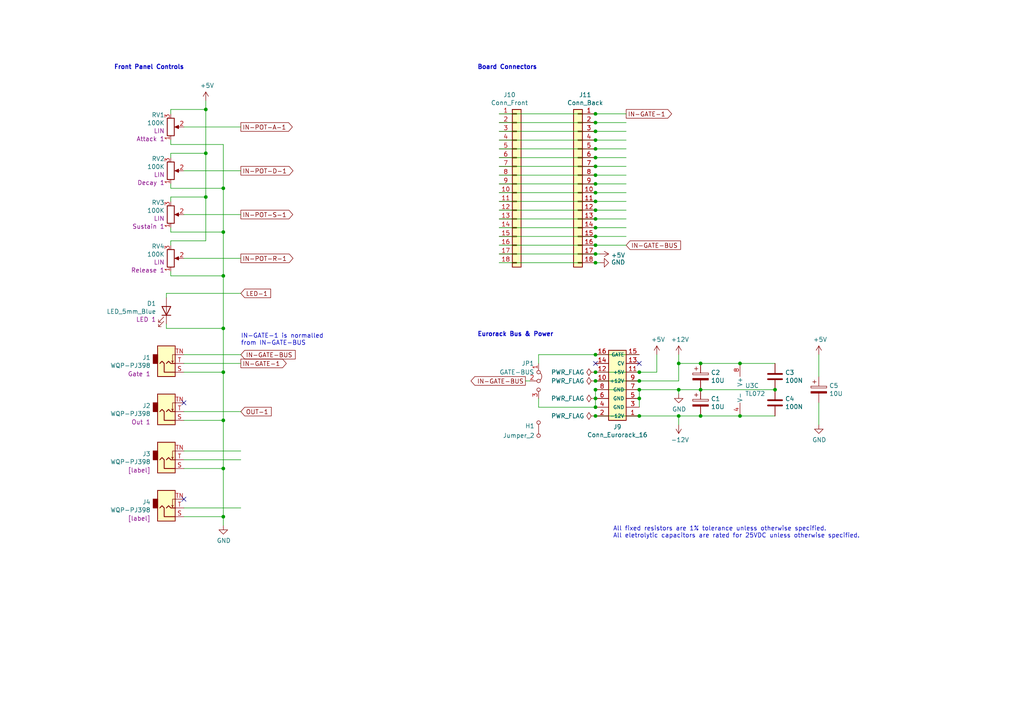
<source format=kicad_sch>
(kicad_sch (version 20211123) (generator eeschema)

  (uuid d0dfd7c1-401d-4f64-8463-f4c0813ac28f)

  (paper "A4")

  (title_block
    (title "Eurorack Bus Driver")
    (date "2022-05-26")
    (rev "1.0")
    (company "Len Popp")
    (comment 1 "Copyright © 2022 Len Popp CC BY")
    (comment 2 "Eurorack CV & gate bus driver module - 2HP")
  )

  (lib_symbols
    (symbol "-lmp-opamp:TL072" (pin_names (offset 0.127)) (in_bom yes) (on_board yes)
      (property "Reference" "U" (id 0) (at 0 5.08 0)
        (effects (font (size 1.27 1.27)) (justify left))
      )
      (property "Value" "TL072" (id 1) (at 0 -5.08 0)
        (effects (font (size 1.27 1.27)) (justify left))
      )
      (property "Footprint" "-lmp-misc:DIP-8_W7.62mm_LongPads" (id 2) (at 0 0 0)
        (effects (font (size 1.27 1.27)) hide)
      )
      (property "Datasheet" "https://www.ti.com/lit/ds/symlink/tl072b.pdf?ts=1628812694194" (id 3) (at 0 0 0)
        (effects (font (size 1.27 1.27)) hide)
      )
      (property "Manufacturer" "Texas Instruments" (id 4) (at 0 0 0)
        (effects (font (size 1.27 1.27)) hide)
      )
      (property "ManufacturerPartNum" "TL072BCP" (id 5) (at 0 0 0)
        (effects (font (size 1.27 1.27)) hide)
      )
      (property "Distributor" "Mouser" (id 6) (at 0 0 0)
        (effects (font (size 1.27 1.27)) hide)
      )
      (property "DistributorPartNum" "595-TL072BCP" (id 7) (at 0 0 0)
        (effects (font (size 1.27 1.27)) hide)
      )
      (property "DistributorPartLink" "https://www.mouser.ca/ProductDetail/Texas-Instruments/TL072BCP?qs=p6YqzpSxLIxmo8AyZLsP4g%3D%3D" (id 8) (at 0 0 0)
        (effects (font (size 1.27 1.27)) hide)
      )
      (property "ki_locked" "" (id 9) (at 0 0 0)
        (effects (font (size 1.27 1.27)))
      )
      (property "ki_keywords" "quad opamp" (id 10) (at 0 0 0)
        (effects (font (size 1.27 1.27)) hide)
      )
      (property "ki_description" "Dual Low-Noise JFET-Input Operational Amplifiers, DIP-8/SOIC-8" (id 11) (at 0 0 0)
        (effects (font (size 1.27 1.27)) hide)
      )
      (property "ki_fp_filters" "SOIC*3.9x4.9mm*P1.27mm* DIP*W7.62mm* TO*99* OnSemi*Micro8* TSSOP*3x3mm*P0.65mm* TSSOP*4.4x3mm*P0.65mm* MSOP*3x3mm*P0.65mm* SSOP*3.9x4.9mm*P0.635mm* LFCSP*2x2mm*P0.5mm* *SIP* SOIC*5.3x6.2mm*P1.27mm*" (id 12) (at 0 0 0)
        (effects (font (size 1.27 1.27)) hide)
      )
      (symbol "TL072_1_1"
        (polyline
          (pts
            (xy -5.08 5.08)
            (xy 5.08 0)
            (xy -5.08 -5.08)
            (xy -5.08 5.08)
          )
          (stroke (width 0.254) (type default) (color 0 0 0 0))
          (fill (type background))
        )
        (pin output line (at 7.62 0 180) (length 2.54)
          (name "~" (effects (font (size 1.27 1.27))))
          (number "1" (effects (font (size 1.27 1.27))))
        )
        (pin input line (at -7.62 -2.54 0) (length 2.54)
          (name "-" (effects (font (size 1.27 1.27))))
          (number "2" (effects (font (size 1.27 1.27))))
        )
        (pin input line (at -7.62 2.54 0) (length 2.54)
          (name "+" (effects (font (size 1.27 1.27))))
          (number "3" (effects (font (size 1.27 1.27))))
        )
      )
      (symbol "TL072_2_1"
        (polyline
          (pts
            (xy -5.08 5.08)
            (xy 5.08 0)
            (xy -5.08 -5.08)
            (xy -5.08 5.08)
          )
          (stroke (width 0.254) (type default) (color 0 0 0 0))
          (fill (type background))
        )
        (pin input line (at -7.62 2.54 0) (length 2.54)
          (name "+" (effects (font (size 1.27 1.27))))
          (number "5" (effects (font (size 1.27 1.27))))
        )
        (pin input line (at -7.62 -2.54 0) (length 2.54)
          (name "-" (effects (font (size 1.27 1.27))))
          (number "6" (effects (font (size 1.27 1.27))))
        )
        (pin output line (at 7.62 0 180) (length 2.54)
          (name "~" (effects (font (size 1.27 1.27))))
          (number "7" (effects (font (size 1.27 1.27))))
        )
      )
      (symbol "TL072_3_1"
        (pin power_in line (at -2.54 -7.62 90) (length 3.81)
          (name "V-" (effects (font (size 1.27 1.27))))
          (number "4" (effects (font (size 1.27 1.27))))
        )
        (pin power_in line (at -2.54 7.62 270) (length 3.81)
          (name "V+" (effects (font (size 1.27 1.27))))
          (number "8" (effects (font (size 1.27 1.27))))
        )
      )
    )
    (symbol "-lmp-power:+12V" (power) (pin_names (offset 0)) (in_bom yes) (on_board yes)
      (property "Reference" "#PWR" (id 0) (at 0 -3.81 0)
        (effects (font (size 1.27 1.27)) hide)
      )
      (property "Value" "+12V" (id 1) (at 0 3.556 0)
        (effects (font (size 1.27 1.27)))
      )
      (property "Footprint" "" (id 2) (at 0 0 0)
        (effects (font (size 1.27 1.27)) hide)
      )
      (property "Datasheet" "" (id 3) (at 0 0 0)
        (effects (font (size 1.27 1.27)) hide)
      )
      (property "ki_keywords" "power-flag" (id 4) (at 0 0 0)
        (effects (font (size 1.27 1.27)) hide)
      )
      (property "ki_description" "Power symbol creates a global label with name \"+12V\"" (id 5) (at 0 0 0)
        (effects (font (size 1.27 1.27)) hide)
      )
      (symbol "+12V_0_1"
        (polyline
          (pts
            (xy -0.762 1.27)
            (xy 0 2.54)
          )
          (stroke (width 0) (type default) (color 0 0 0 0))
          (fill (type none))
        )
        (polyline
          (pts
            (xy 0 0)
            (xy 0 2.54)
          )
          (stroke (width 0) (type default) (color 0 0 0 0))
          (fill (type none))
        )
        (polyline
          (pts
            (xy 0 2.54)
            (xy 0.762 1.27)
          )
          (stroke (width 0) (type default) (color 0 0 0 0))
          (fill (type none))
        )
      )
      (symbol "+12V_1_1"
        (pin power_in line (at 0 0 90) (length 0) hide
          (name "+12V" (effects (font (size 1.27 1.27))))
          (number "1" (effects (font (size 1.27 1.27))))
        )
      )
    )
    (symbol "-lmp-power:+5V" (power) (pin_names (offset 0)) (in_bom yes) (on_board yes)
      (property "Reference" "#PWR" (id 0) (at 0 -3.81 0)
        (effects (font (size 1.27 1.27)) hide)
      )
      (property "Value" "+5V" (id 1) (at 0 3.556 0)
        (effects (font (size 1.27 1.27)))
      )
      (property "Footprint" "" (id 2) (at 0 0 0)
        (effects (font (size 1.27 1.27)) hide)
      )
      (property "Datasheet" "" (id 3) (at 0 0 0)
        (effects (font (size 1.27 1.27)) hide)
      )
      (property "ki_keywords" "power-flag" (id 4) (at 0 0 0)
        (effects (font (size 1.27 1.27)) hide)
      )
      (property "ki_description" "Power symbol creates a global label with name \"+5V\"" (id 5) (at 0 0 0)
        (effects (font (size 1.27 1.27)) hide)
      )
      (symbol "+5V_0_1"
        (polyline
          (pts
            (xy -0.762 1.27)
            (xy 0 2.54)
          )
          (stroke (width 0) (type default) (color 0 0 0 0))
          (fill (type none))
        )
        (polyline
          (pts
            (xy 0 0)
            (xy 0 2.54)
          )
          (stroke (width 0) (type default) (color 0 0 0 0))
          (fill (type none))
        )
        (polyline
          (pts
            (xy 0 2.54)
            (xy 0.762 1.27)
          )
          (stroke (width 0) (type default) (color 0 0 0 0))
          (fill (type none))
        )
      )
      (symbol "+5V_1_1"
        (pin power_in line (at 0 0 90) (length 0) hide
          (name "+5V" (effects (font (size 1.27 1.27))))
          (number "1" (effects (font (size 1.27 1.27))))
        )
      )
    )
    (symbol "-lmp-power:-12V" (power) (pin_names (offset 0)) (in_bom yes) (on_board yes)
      (property "Reference" "#PWR" (id 0) (at 0 3.81 0)
        (effects (font (size 1.27 1.27)) hide)
      )
      (property "Value" "-12V" (id 1) (at 0 -3.556 0)
        (effects (font (size 1.27 1.27)))
      )
      (property "Footprint" "" (id 2) (at 0 0 0)
        (effects (font (size 1.27 1.27)) hide)
      )
      (property "Datasheet" "" (id 3) (at 0 0 0)
        (effects (font (size 1.27 1.27)) hide)
      )
      (property "ki_keywords" "power-flag" (id 4) (at 0 0 0)
        (effects (font (size 1.27 1.27)) hide)
      )
      (property "ki_description" "Power symbol creates a global label with name \"-12V\"" (id 5) (at 0 0 0)
        (effects (font (size 1.27 1.27)) hide)
      )
      (symbol "-12V_0_1"
        (polyline
          (pts
            (xy -0.762 -1.27)
            (xy 0 -2.54)
          )
          (stroke (width 0) (type default) (color 0 0 0 0))
          (fill (type none))
        )
        (polyline
          (pts
            (xy 0 -2.54)
            (xy 0.762 -1.27)
          )
          (stroke (width 0) (type default) (color 0 0 0 0))
          (fill (type none))
        )
        (polyline
          (pts
            (xy 0 0)
            (xy 0 -2.54)
          )
          (stroke (width 0) (type default) (color 0 0 0 0))
          (fill (type none))
        )
      )
      (symbol "-12V_1_1"
        (pin power_in line (at 0 0 270) (length 0) hide
          (name "-12V" (effects (font (size 1.27 1.27))))
          (number "1" (effects (font (size 1.27 1.27))))
        )
      )
    )
    (symbol "-lmp-power:GND" (power) (pin_names (offset 0)) (in_bom yes) (on_board yes)
      (property "Reference" "#PWR" (id 0) (at 0 -6.35 0)
        (effects (font (size 1.27 1.27)) hide)
      )
      (property "Value" "GND" (id 1) (at 0 -3.81 0)
        (effects (font (size 1.27 1.27)))
      )
      (property "Footprint" "" (id 2) (at 0 0 0)
        (effects (font (size 1.27 1.27)) hide)
      )
      (property "Datasheet" "" (id 3) (at 0 0 0)
        (effects (font (size 1.27 1.27)) hide)
      )
      (property "ki_keywords" "power-flag" (id 4) (at 0 0 0)
        (effects (font (size 1.27 1.27)) hide)
      )
      (property "ki_description" "Power symbol creates a global label with name \"GND\" , ground" (id 5) (at 0 0 0)
        (effects (font (size 1.27 1.27)) hide)
      )
      (symbol "GND_0_1"
        (polyline
          (pts
            (xy 0 0)
            (xy 0 -1.27)
            (xy 1.27 -1.27)
            (xy 0 -2.54)
            (xy -1.27 -1.27)
            (xy 0 -1.27)
          )
          (stroke (width 0) (type default) (color 0 0 0 0))
          (fill (type none))
        )
      )
      (symbol "GND_1_1"
        (pin power_in line (at 0 0 270) (length 0) hide
          (name "GND" (effects (font (size 1.27 1.27))))
          (number "1" (effects (font (size 1.27 1.27))))
        )
      )
    )
    (symbol "-lmp-power:PWR_FLAG" (power) (pin_numbers hide) (pin_names (offset 0) hide) (in_bom yes) (on_board yes)
      (property "Reference" "#FLG" (id 0) (at 0 1.905 0)
        (effects (font (size 1.27 1.27)) hide)
      )
      (property "Value" "PWR_FLAG" (id 1) (at 0 3.81 0)
        (effects (font (size 1.27 1.27)))
      )
      (property "Footprint" "" (id 2) (at 0 0 0)
        (effects (font (size 1.27 1.27)) hide)
      )
      (property "Datasheet" "~" (id 3) (at 0 0 0)
        (effects (font (size 1.27 1.27)) hide)
      )
      (property "ki_keywords" "power-flag" (id 4) (at 0 0 0)
        (effects (font (size 1.27 1.27)) hide)
      )
      (property "ki_description" "Special symbol for telling ERC where power comes from" (id 5) (at 0 0 0)
        (effects (font (size 1.27 1.27)) hide)
      )
      (symbol "PWR_FLAG_0_0"
        (pin power_out line (at 0 0 90) (length 0)
          (name "pwr" (effects (font (size 1.27 1.27))))
          (number "1" (effects (font (size 1.27 1.27))))
        )
      )
      (symbol "PWR_FLAG_0_1"
        (polyline
          (pts
            (xy 0 0)
            (xy 0 1.27)
            (xy -1.016 1.905)
            (xy 0 2.54)
            (xy 1.016 1.905)
            (xy 0 1.27)
          )
          (stroke (width 0) (type default) (color 0 0 0 0))
          (fill (type none))
        )
      )
    )
    (symbol "-lmp-synth:CP_10U" (pin_numbers hide) (pin_names (offset 0.254)) (in_bom yes) (on_board yes)
      (property "Reference" "C" (id 0) (at 0.635 2.54 0)
        (effects (font (size 1.27 1.27)) (justify left))
      )
      (property "Value" "CP_10U" (id 1) (at 0.635 -2.54 0)
        (effects (font (size 1.27 1.27)) (justify left))
      )
      (property "Footprint" "-lmp-misc:CP_Radial_D4.0mm_P2.50mm" (id 2) (at 0.9652 -3.81 0)
        (effects (font (size 1.27 1.27)) hide)
      )
      (property "Datasheet" "https://industrial.panasonic.com/cdbs/www-data/pdf/RDF0000/ABA0000C1209.pdf" (id 3) (at 0 0 0)
        (effects (font (size 1.27 1.27)) hide)
      )
      (property "Value2" "25 VDC" (id 4) (at 0.635 -4.445 0)
        (effects (font (size 1.27 1.27)) (justify left) hide)
      )
      (property "Note" "12 V decoupling" (id 5) (at 0.635 -6.35 0)
        (effects (font (size 1.27 1.27)) (justify left) hide)
      )
      (property "Manufacturer" "Panasonic" (id 6) (at 0 -3.81 0)
        (effects (font (size 1.27 1.27)) hide)
      )
      (property "ManufacturerPartNum" "EEA-FC1E100" (id 7) (at 0 -3.81 0)
        (effects (font (size 1.27 1.27)) hide)
      )
      (property "Distributor" "Mouser" (id 8) (at 0 -3.81 0)
        (effects (font (size 1.27 1.27)) hide)
      )
      (property "DistributorPartNum" "667-EEA-FC1E100" (id 9) (at 0 -3.81 0)
        (effects (font (size 1.27 1.27)) hide)
      )
      (property "DistributorPartLink" "https://www.mouser.ca/ProductDetail/Panasonic/EEA-FC1E100?qs=nLJruSqDb94EJwiFQJd4iw%3D%3D" (id 10) (at 0 -3.81 0)
        (effects (font (size 1.27 1.27)) hide)
      )
      (property "ki_keywords" "cap capacitor electrolytic" (id 11) (at 0 0 0)
        (effects (font (size 1.27 1.27)) hide)
      )
      (property "ki_description" "Capacitor - Electrolytic - 12 V decoupling" (id 12) (at 0 0 0)
        (effects (font (size 1.27 1.27)) hide)
      )
      (property "ki_fp_filters" "CP_*" (id 13) (at 0 0 0)
        (effects (font (size 1.27 1.27)) hide)
      )
      (symbol "CP_10U_0_1"
        (rectangle (start -2.286 0.508) (end 2.286 1.016)
          (stroke (width 0) (type default) (color 0 0 0 0))
          (fill (type none))
        )
        (polyline
          (pts
            (xy -1.778 2.286)
            (xy -0.762 2.286)
          )
          (stroke (width 0) (type default) (color 0 0 0 0))
          (fill (type none))
        )
        (polyline
          (pts
            (xy -1.27 2.794)
            (xy -1.27 1.778)
          )
          (stroke (width 0) (type default) (color 0 0 0 0))
          (fill (type none))
        )
        (rectangle (start 2.286 -0.508) (end -2.286 -1.016)
          (stroke (width 0) (type default) (color 0 0 0 0))
          (fill (type outline))
        )
      )
      (symbol "CP_10U_1_1"
        (pin passive line (at 0 3.81 270) (length 2.794)
          (name "~" (effects (font (size 1.27 1.27))))
          (number "1" (effects (font (size 1.27 1.27))))
        )
        (pin passive line (at 0 -3.81 90) (length 2.794)
          (name "~" (effects (font (size 1.27 1.27))))
          (number "2" (effects (font (size 1.27 1.27))))
        )
      )
    )
    (symbol "-lmp-synth:Conn_Eurorack_Pwr_16" (in_bom yes) (on_board yes)
      (property "Reference" "J" (id 0) (at 1.27 10.16 0)
        (effects (font (size 1.27 1.27)))
      )
      (property "Value" "Conn_Eurorack_Pwr_16" (id 1) (at 1.27 -12.7 0)
        (effects (font (size 1.27 1.27)))
      )
      (property "Footprint" "-lmp-synth:IDC-Header-Eurorack-16-TH" (id 2) (at 0 -14.478 0)
        (effects (font (size 1.27 1.27)) hide)
      )
      (property "Datasheet" "https://www.mouser.ca/datasheet/2/445/61201621621-1717735.pdf" (id 3) (at 2.54 -2.54 0)
        (effects (font (size 1.27 1.27)) hide)
      )
      (property "Manufacturer" "Wurth Elektronik" (id 4) (at 0.254 -14.478 0)
        (effects (font (size 1.27 1.27)) hide)
      )
      (property "ManufacturerPartNum" "61201621621" (id 5) (at 0.254 -14.478 0)
        (effects (font (size 1.27 1.27)) hide)
      )
      (property "Distributor" "Mouser" (id 6) (at 0.254 -14.478 0)
        (effects (font (size 1.27 1.27)) hide)
      )
      (property "DistributorPartNum" "710-61201621621" (id 7) (at 0.254 -14.478 0)
        (effects (font (size 1.27 1.27)) hide)
      )
      (property "DistributorPartLink" "https://www.mouser.ca/ProductDetail/Wurth-Elektronik/61201621621?qs=ZtY9WdtwX55qFf4n3EFuaA%3D%3D" (id 8) (at 0.254 -14.478 0)
        (effects (font (size 1.27 1.27)) hide)
      )
      (property "ki_keywords" "connector Eurorack" (id 9) (at 0 0 0)
        (effects (font (size 1.27 1.27)) hide)
      )
      (property "ki_description" "Eurorack 16-pin board power/CV/gate bus connector" (id 10) (at 0 0 0)
        (effects (font (size 1.27 1.27)) hide)
      )
      (property "ki_fp_filters" "Connector*:*_2x??_*" (id 11) (at 0 0 0)
        (effects (font (size 1.27 1.27)) hide)
      )
      (symbol "Conn_Eurorack_Pwr_16_1_1"
        (rectangle (start 3.81 -11.43) (end -1.27 8.89)
          (stroke (width 0.254) (type default) (color 0 0 0 0))
          (fill (type background))
        )
        (pin power_in line (at 7.62 -10.16 180) (length 3.81)
          (name "-12V" (effects (font (size 1.016 1.016))))
          (number "1" (effects (font (size 1.27 1.27))))
        )
        (pin power_in line (at -5.08 0 0) (length 3.81)
          (name "~" (effects (font (size 1.27 1.27))))
          (number "10" (effects (font (size 1.27 1.27))))
        )
        (pin power_in line (at 7.62 2.54 180) (length 3.81)
          (name "+5V" (effects (font (size 1.016 1.016))))
          (number "11" (effects (font (size 1.27 1.27))))
        )
        (pin power_in line (at -5.08 2.54 0) (length 3.81)
          (name "~" (effects (font (size 1.27 1.27))))
          (number "12" (effects (font (size 1.27 1.27))))
        )
        (pin bidirectional line (at 7.62 5.08 180) (length 3.81)
          (name "CV" (effects (font (size 1.016 1.016))))
          (number "13" (effects (font (size 1.27 1.27))))
        )
        (pin bidirectional line (at -5.08 5.08 0) (length 3.81)
          (name "~" (effects (font (size 1.27 1.27))))
          (number "14" (effects (font (size 1.27 1.27))))
        )
        (pin bidirectional line (at 7.62 7.62 180) (length 3.81)
          (name "GATE" (effects (font (size 1.016 1.016))))
          (number "15" (effects (font (size 1.27 1.27))))
        )
        (pin bidirectional line (at -5.08 7.62 0) (length 3.81)
          (name "~" (effects (font (size 1.27 1.27))))
          (number "16" (effects (font (size 1.27 1.27))))
        )
        (pin power_in line (at -5.08 -10.16 0) (length 3.81)
          (name "~" (effects (font (size 1.27 1.27))))
          (number "2" (effects (font (size 1.27 1.27))))
        )
        (pin power_in line (at 7.62 -7.62 180) (length 3.81)
          (name "GND" (effects (font (size 1.016 1.016))))
          (number "3" (effects (font (size 1.27 1.27))))
        )
        (pin power_in line (at -5.08 -7.62 0) (length 3.81)
          (name "~" (effects (font (size 1.27 1.27))))
          (number "4" (effects (font (size 1.27 1.27))))
        )
        (pin power_in line (at 7.62 -5.08 180) (length 3.81)
          (name "GND" (effects (font (size 1.016 1.016))))
          (number "5" (effects (font (size 1.27 1.27))))
        )
        (pin power_in line (at -5.08 -5.08 0) (length 3.81)
          (name "~" (effects (font (size 1.27 1.27))))
          (number "6" (effects (font (size 1.27 1.27))))
        )
        (pin power_in line (at 7.62 -2.54 180) (length 3.81)
          (name "GND" (effects (font (size 1.016 1.016))))
          (number "7" (effects (font (size 1.27 1.27))))
        )
        (pin power_in line (at -5.08 -2.54 0) (length 3.81)
          (name "~" (effects (font (size 1.27 1.27))))
          (number "8" (effects (font (size 1.27 1.27))))
        )
        (pin power_in line (at 7.62 0 180) (length 3.81)
          (name "+12V" (effects (font (size 1.016 1.016))))
          (number "9" (effects (font (size 1.27 1.27))))
        )
      )
    )
    (symbol "-lmp-synth:Jack_WQP-PJ398" (in_bom yes) (on_board yes)
      (property "Reference" "J" (id 0) (at 0 10.033 0)
        (effects (font (size 1.27 1.27)))
      )
      (property "Value" "Jack_WQP-PJ398" (id 1) (at 0 7.62 0)
        (effects (font (size 1.27 1.27)))
      )
      (property "Footprint" "-lmp-synth:Jack_3.5mm_QingPu_WQP-PJ398SM_Vertical" (id 2) (at 0 0 0)
        (effects (font (size 1.27 1.27)) hide)
      )
      (property "Datasheet" "http://www.qingpu-electronics.com/en/products/WQP-PJ398SM-362.html" (id 3) (at 0 0 0)
        (effects (font (size 1.27 1.27)) hide)
      )
      (property "Label" "[label]" (id 4) (at 0 5.207 0)
        (effects (font (size 1.27 1.27)))
      )
      (property "Manufacturer" "QingPu / Thonk" (id 5) (at 0 0 0)
        (effects (font (size 1.27 1.27)) hide)
      )
      (property "ManufacturerPartNum" "PJ398SM / WQP518MA" (id 6) (at 0 0 0)
        (effects (font (size 1.27 1.27)) hide)
      )
      (property "Distributor" "Thonk" (id 7) (at 0 0 0)
        (effects (font (size 1.27 1.27)) hide)
      )
      (property "DistributorPartNum" "PJ398SM" (id 8) (at 0 0 0)
        (effects (font (size 1.27 1.27)) hide)
      )
      (property "DistributorPartLink" "https://www.thonk.co.uk/shop/thonkiconn/" (id 9) (at 0 0 0)
        (effects (font (size 1.27 1.27)) hide)
      )
      (property "Distributor2" "SynthCube" (id 10) (at 0 0 0)
        (effects (font (size 1.27 1.27)) hide)
      )
      (property "DistributorPartNum2" "WQP518MA" (id 11) (at 0 0 0)
        (effects (font (size 1.27 1.27)) hide)
      )
      (property "DistributorPartLink2" "https://synthcube.com/cart/3-5mm-euro-jacks" (id 12) (at 0 0 0)
        (effects (font (size 1.27 1.27)) hide)
      )
      (property "Distributor3" "Adafruit" (id 13) (at 0 0 0)
        (effects (font (size 1.27 1.27)) hide)
      )
      (property "DistributorPartNum3" "4031" (id 14) (at 0 0 0)
        (effects (font (size 1.27 1.27)) hide)
      )
      (property "DistributorPartLink3" "https://www.adafruit.com/product/4031" (id 15) (at 0 0 0)
        (effects (font (size 1.27 1.27)) hide)
      )
      (property "ki_keywords" "audio jack receptacle mono headphones phone TS connector QingPu Thonkiconn" (id 16) (at 0 0 0)
        (effects (font (size 1.27 1.27)) hide)
      )
      (property "ki_description" "Audio Jack, 2 Poles (Mono / TS), Switched T Pole (Normalling), QingPu / Thonkiconn" (id 17) (at 0 0 0)
        (effects (font (size 1.27 1.27)) hide)
      )
      (property "ki_fp_filters" "Jack*" (id 18) (at 0 0 0)
        (effects (font (size 1.27 1.27)) hide)
      )
      (symbol "Jack_WQP-PJ398_0_1"
        (rectangle (start -2.54 0) (end -3.81 -2.54)
          (stroke (width 0.254) (type default) (color 0 0 0 0))
          (fill (type outline))
        )
        (polyline
          (pts
            (xy 1.778 -0.254)
            (xy 2.032 -0.762)
          )
          (stroke (width 0) (type default) (color 0 0 0 0))
          (fill (type none))
        )
        (polyline
          (pts
            (xy 0 0)
            (xy 0.635 -0.635)
            (xy 1.27 0)
            (xy 2.54 0)
          )
          (stroke (width 0.254) (type default) (color 0 0 0 0))
          (fill (type none))
        )
        (polyline
          (pts
            (xy 2.54 -2.54)
            (xy 1.778 -2.54)
            (xy 1.778 -0.254)
            (xy 1.524 -0.762)
          )
          (stroke (width 0) (type default) (color 0 0 0 0))
          (fill (type none))
        )
        (polyline
          (pts
            (xy 2.54 2.54)
            (xy -0.635 2.54)
            (xy -0.635 0)
            (xy -1.27 -0.635)
            (xy -1.905 0)
          )
          (stroke (width 0.254) (type default) (color 0 0 0 0))
          (fill (type none))
        )
        (rectangle (start 2.54 3.81) (end -2.54 -5.08)
          (stroke (width 0.254) (type default) (color 0 0 0 0))
          (fill (type background))
        )
      )
      (symbol "Jack_WQP-PJ398_1_1"
        (pin passive line (at 5.08 2.54 180) (length 2.54)
          (name "~" (effects (font (size 1.27 1.27))))
          (number "S" (effects (font (size 1.27 1.27))))
        )
        (pin passive line (at 5.08 0 180) (length 2.54)
          (name "~" (effects (font (size 1.27 1.27))))
          (number "T" (effects (font (size 1.27 1.27))))
        )
        (pin passive line (at 5.08 -2.54 180) (length 2.54)
          (name "~" (effects (font (size 1.27 1.27))))
          (number "TN" (effects (font (size 1.27 1.27))))
        )
      )
    )
    (symbol "-lmp-synth:LED_5mm_Blue" (pin_numbers hide) (pin_names (offset 1.016) hide) (in_bom yes) (on_board yes)
      (property "Reference" "D" (id 0) (at 0 2.54 0)
        (effects (font (size 1.27 1.27)))
      )
      (property "Value" "LED_5mm_Blue" (id 1) (at 0 -3.175 0)
        (effects (font (size 1.27 1.27)))
      )
      (property "Footprint" "LED_THT:LED_D5.0mm" (id 2) (at 0 0 0)
        (effects (font (size 1.27 1.27)) hide)
      )
      (property "Datasheet" "https://www.mouser.ca/datasheet/2/423/VAOL-5LSBY1-1064871.pdf" (id 3) (at 0 0 0)
        (effects (font (size 1.27 1.27)) hide)
      )
      (property "Label" "[label]" (id 4) (at 0 -5.08 0)
        (effects (font (size 1.27 1.27)))
      )
      (property "Manufacturer" "VCC" (id 5) (at 0 0 0)
        (effects (font (size 1.27 1.27)) hide)
      )
      (property "ManufacturerPartNum" "VAOL-5LSBY1" (id 6) (at 0 0 0)
        (effects (font (size 1.27 1.27)) hide)
      )
      (property "Distributor" "Mouser" (id 7) (at 0 0 0)
        (effects (font (size 1.27 1.27)) hide)
      )
      (property "DistributorPartNum" "593-VAOL-5LSBY1" (id 8) (at 0 0 0)
        (effects (font (size 1.27 1.27)) hide)
      )
      (property "DistributorPartLink" "https://www.mouser.ca/ProductDetail/VCC/VAOL-5LSBY1?qs=sGAEpiMZZMvHYEB9WUp7EneOMcS%2FsWIS9dCGd3NWsaQ%3D" (id 9) (at 0 0 0)
        (effects (font (size 1.27 1.27)) hide)
      )
      (property "ki_keywords" "LED diode blue" (id 10) (at 0 0 0)
        (effects (font (size 1.27 1.27)) hide)
      )
      (property "ki_description" "Blue Light Emitting Diode" (id 11) (at 0 0 0)
        (effects (font (size 1.27 1.27)) hide)
      )
      (property "ki_fp_filters" "LED* LED_SMD:* LED_THT:*" (id 12) (at 0 0 0)
        (effects (font (size 1.27 1.27)) hide)
      )
      (symbol "LED_5mm_Blue_0_1"
        (polyline
          (pts
            (xy -1.27 -1.27)
            (xy -1.27 1.27)
          )
          (stroke (width 0.254) (type default) (color 0 0 0 0))
          (fill (type none))
        )
        (polyline
          (pts
            (xy -1.27 0)
            (xy 1.27 0)
          )
          (stroke (width 0) (type default) (color 0 0 0 0))
          (fill (type none))
        )
        (polyline
          (pts
            (xy 1.27 -1.27)
            (xy 1.27 1.27)
            (xy -1.27 0)
            (xy 1.27 -1.27)
          )
          (stroke (width 0.254) (type default) (color 0 0 0 0))
          (fill (type none))
        )
        (polyline
          (pts
            (xy -3.048 -0.762)
            (xy -4.572 -2.286)
            (xy -3.81 -2.286)
            (xy -4.572 -2.286)
            (xy -4.572 -1.524)
          )
          (stroke (width 0) (type default) (color 0 0 0 0))
          (fill (type none))
        )
        (polyline
          (pts
            (xy -1.778 -0.762)
            (xy -3.302 -2.286)
            (xy -2.54 -2.286)
            (xy -3.302 -2.286)
            (xy -3.302 -1.524)
          )
          (stroke (width 0) (type default) (color 0 0 0 0))
          (fill (type none))
        )
      )
      (symbol "LED_5mm_Blue_1_1"
        (pin passive line (at -3.81 0 0) (length 2.54)
          (name "K" (effects (font (size 1.27 1.27))))
          (number "1" (effects (font (size 1.27 1.27))))
        )
        (pin passive line (at 3.81 0 180) (length 2.54)
          (name "A" (effects (font (size 1.27 1.27))))
          (number "2" (effects (font (size 1.27 1.27))))
        )
      )
    )
    (symbol "-lmp-synth:R_POT_Panel_PCB_Alpha" (pin_names (offset 1.016) hide) (in_bom yes) (on_board yes)
      (property "Reference" "RV" (id 0) (at -9.144 0 90)
        (effects (font (size 1.27 1.27)))
      )
      (property "Value" "R_POT_Panel_PCB_Alpha" (id 1) (at -7.239 0 90)
        (effects (font (size 1.27 1.27)))
      )
      (property "Footprint" "-lmp-synth:Potentiometer_Alpha_RD901F-40-00D_Single_Vertical" (id 2) (at 0 0 0)
        (effects (font (size 1.27 1.27)) hide)
      )
      (property "Datasheet" "https://www.mouser.ca/datasheet/2/13/alpha_taiwan_08192019_RD901F-40-15R1-B(resistance_-1627810.pdf" (id 3) (at 0 0 0)
        (effects (font (size 1.27 1.27)) hide)
      )
      (property "Value2" "[LIN/LOG]" (id 4) (at -5.207 0 90)
        (effects (font (size 1.27 1.27)))
      )
      (property "Label" "[label]" (id 5) (at -3.175 0 90)
        (effects (font (size 1.27 1.27)))
      )
      (property "Manufacturer" "Alpha" (id 6) (at 0 0 0)
        (effects (font (size 1.27 1.27)) hide)
      )
      (property "ManufacturerPartNum" "RD901F-*" (id 7) (at 0 0 0)
        (effects (font (size 1.27 1.27)) hide)
      )
      (property "Distributor" "Thonk" (id 8) (at 0 0 0)
        (effects (font (size 1.27 1.27)) hide)
      )
      (property "DistributorPartNum" "Group_Pot_Alpha_6.35mm" (id 9) (at 0 0 0)
        (effects (font (size 1.27 1.27)) hide)
      )
      (property "DistributorPartLink" "https://www.thonk.co.uk/shop/alpha-9mm-pots/" (id 10) (at 0 0 0)
        (effects (font (size 1.27 1.27)) hide)
      )
      (property "Distributor2" "Mouser" (id 11) (at 0 0 0)
        (effects (font (size 1.27 1.27)) hide)
      )
      (property "DistributorPartNum2" "311-1940F-*" (id 12) (at 0 0 0)
        (effects (font (size 1.27 1.27)) hide)
      )
      (property "DistributorPartLink2" "https://www.mouser.ca/c/passive-components/potentiometers-trimmers-rheostats/potentiometers/?q=RD901F&orientation=Vertical" (id 13) (at 0 0 0)
        (effects (font (size 1.27 1.27)) hide)
      )
      (property "Distributor3" "SynthCube" (id 14) (at 0 0 0)
        (effects (font (size 1.27 1.27)) hide)
      )
      (property "DistributorPartNum3" "9MMALPHAPOTMSTR" (id 15) (at 0 0 0)
        (effects (font (size 1.27 1.27)) hide)
      )
      (property "DistributorPartLink3" "https://synthcube.com/cart/alpha-9mm-potentiometer-right-angle-pcb-mount-6-35mm-round-shaft" (id 16) (at 0 0 0)
        (effects (font (size 1.27 1.27)) hide)
      )
      (property "ki_keywords" "resistor variable" (id 17) (at 0 0 0)
        (effects (font (size 1.27 1.27)) hide)
      )
      (property "ki_description" "Potentiometer" (id 18) (at 0 0 0)
        (effects (font (size 1.27 1.27)) hide)
      )
      (property "ki_fp_filters" "Potentiometer*" (id 19) (at 0 0 0)
        (effects (font (size 1.27 1.27)) hide)
      )
      (symbol "R_POT_Panel_PCB_Alpha_0_1"
        (polyline
          (pts
            (xy 2.54 0)
            (xy 1.524 0)
          )
          (stroke (width 0) (type default) (color 0 0 0 0))
          (fill (type none))
        )
        (polyline
          (pts
            (xy 1.143 0)
            (xy 2.286 0.508)
            (xy 2.286 -0.508)
            (xy 1.143 0)
          )
          (stroke (width 0) (type default) (color 0 0 0 0))
          (fill (type outline))
        )
        (rectangle (start 1.016 2.54) (end -1.016 -2.54)
          (stroke (width 0.254) (type default) (color 0 0 0 0))
          (fill (type none))
        )
      )
      (symbol "R_POT_Panel_PCB_Alpha_1_1"
        (pin passive line (at 0 3.81 270) (length 1.27)
          (name "1" (effects (font (size 1.27 1.27))))
          (number "1" (effects (font (size 1.27 1.27))))
        )
        (pin passive line (at 3.81 0 180) (length 1.27)
          (name "2" (effects (font (size 1.27 1.27))))
          (number "2" (effects (font (size 1.27 1.27))))
        )
        (pin passive line (at 0 -3.81 90) (length 1.27)
          (name "3" (effects (font (size 1.27 1.27))))
          (number "3" (effects (font (size 1.27 1.27))))
        )
      )
    )
    (symbol "-lmp:CC_100N" (pin_numbers hide) (pin_names (offset 0.254)) (in_bom yes) (on_board yes)
      (property "Reference" "C" (id 0) (at 0.635 2.54 0)
        (effects (font (size 1.27 1.27)) (justify left))
      )
      (property "Value" "CC_100N" (id 1) (at 0.635 -2.54 0)
        (effects (font (size 1.27 1.27)) (justify left))
      )
      (property "Footprint" "-lmp-misc:C_Disc_D5.0mm_W2.5mm_P2.50mm" (id 2) (at 0.9652 -3.81 0)
        (effects (font (size 1.27 1.27)) hide)
      )
      (property "Datasheet" "https://product.tdk.com/system/files/dam/doc/product/capacitor/ceramic/lead-mlcc/catalog/leadmlcc_halogenfree_fg_en.pdf" (id 3) (at -0.635 -3.81 0)
        (effects (font (size 1.27 1.27)) hide)
      )
      (property "Note" "IC decoupling" (id 4) (at 0.635 -5.08 0)
        (effects (font (size 1.27 1.27)) (justify left) hide)
      )
      (property "Manufacturer" "TDK" (id 5) (at 0 0 0)
        (effects (font (size 1.27 1.27)) hide)
      )
      (property "ManufacturerPartNum" "FG18X7R1H104KNT06" (id 6) (at 0 0 0)
        (effects (font (size 1.27 1.27)) hide)
      )
      (property "Distributor" "Mouser" (id 7) (at 0 0 0)
        (effects (font (size 1.27 1.27)) hide)
      )
      (property "DistributorPartNum" "810-FG18X7R1H104KNT6" (id 8) (at 0 0 0)
        (effects (font (size 1.27 1.27)) hide)
      )
      (property "DistributorPartLink" "https://www.mouser.ca/ProductDetail/810-FG18X7R1H104KNT6" (id 9) (at 0 0 0)
        (effects (font (size 1.27 1.27)) hide)
      )
      (property "ki_keywords" "cap capacitor ceramic" (id 10) (at 0 0 0)
        (effects (font (size 1.27 1.27)) hide)
      )
      (property "ki_description" "Capacitor - Ceramic - IC decoupling" (id 11) (at 0 0 0)
        (effects (font (size 1.27 1.27)) hide)
      )
      (property "ki_fp_filters" "C_*" (id 12) (at 0 0 0)
        (effects (font (size 1.27 1.27)) hide)
      )
      (symbol "CC_100N_0_1"
        (polyline
          (pts
            (xy -2.032 -0.762)
            (xy 2.032 -0.762)
          )
          (stroke (width 0.508) (type default) (color 0 0 0 0))
          (fill (type none))
        )
        (polyline
          (pts
            (xy -2.032 0.762)
            (xy 2.032 0.762)
          )
          (stroke (width 0.508) (type default) (color 0 0 0 0))
          (fill (type none))
        )
      )
      (symbol "CC_100N_1_1"
        (pin passive line (at 0 3.81 270) (length 2.794)
          (name "~" (effects (font (size 1.27 1.27))))
          (number "1" (effects (font (size 1.27 1.27))))
        )
        (pin passive line (at 0 -3.81 90) (length 2.794)
          (name "~" (effects (font (size 1.27 1.27))))
          (number "2" (effects (font (size 1.27 1.27))))
        )
      )
    )
    (symbol "-lmp:Jumper_2" (pin_names (offset 0) hide) (in_bom yes) (on_board no)
      (property "Reference" "H" (id 0) (at 0 2.54 0)
        (effects (font (size 1.27 1.27)))
      )
      (property "Value" "Jumper_2" (id 1) (at 0 -2.286 0)
        (effects (font (size 1.27 1.27)))
      )
      (property "Footprint" "-lmp-misc:NoFootprint" (id 2) (at 0 -4.445 0)
        (effects (font (size 1.27 1.27)) hide)
      )
      (property "Datasheet" "https://www.mouser.ca/datasheet/2/209/KC-301174-1171759.pdf" (id 3) (at 0 -4.445 0)
        (effects (font (size 1.27 1.27)) hide)
      )
      (property "Distributor" "Mouser" (id 4) (at 0 -4.445 0)
        (effects (font (size 1.27 1.27)) hide)
      )
      (property "DistributorPartNum" "151-8013-E" (id 5) (at 0 -4.445 0)
        (effects (font (size 1.27 1.27)) hide)
      )
      (property "DistributorPartLink" "https://www.mouser.ca/ProductDetail/Kobiconn/151-8013-E?qs=RC2ne4458IJaOh%2FxzS50bA%3D%3D" (id 6) (at 0 -4.445 0)
        (effects (font (size 1.27 1.27)) hide)
      )
      (property "Distributor2" "Adafruit" (id 7) (at 0 -4.445 0)
        (effects (font (size 1.27 1.27)) hide)
      )
      (property "DistributorPartNum2" "3525" (id 8) (at 0 -4.445 0)
        (effects (font (size 1.27 1.27)) hide)
      )
      (property "DistributorPartLink2" "https://www.adafruit.com/product/3525" (id 9) (at 0 -4.445 0)
        (effects (font (size 1.27 1.27)) hide)
      )
      (property "ki_keywords" "Jumper" (id 10) (at 0 0 0)
        (effects (font (size 1.27 1.27)) hide)
      )
      (property "ki_description" "Jumper connector, 2-pin socket" (id 11) (at 0 0 0)
        (effects (font (size 1.27 1.27)) hide)
      )
      (property "ki_fp_filters" "Jumper* TestPoint*2Pads* TestPoint*Bridge*" (id 12) (at 0 0 0)
        (effects (font (size 1.27 1.27)) hide)
      )
      (symbol "Jumper_2_0_0"
        (circle (center -1.905 0) (radius 0.508)
          (stroke (width 0) (type default) (color 0 0 0 0))
          (fill (type none))
        )
        (circle (center 1.905 0) (radius 0.508)
          (stroke (width 0) (type default) (color 0 0 0 0))
          (fill (type none))
        )
      )
      (symbol "Jumper_2_0_1"
        (polyline
          (pts
            (xy -1.397 0)
            (xy 1.397 0)
          )
          (stroke (width 0.1524) (type default) (color 0 0 0 0))
          (fill (type none))
        )
      )
    )
    (symbol "-lmp:Jumper_Pins_3_Bridged12" (pin_names (offset 0) hide) (in_bom yes) (on_board yes)
      (property "Reference" "JP" (id 0) (at -2.54 -2.54 0)
        (effects (font (size 1.27 1.27)))
      )
      (property "Value" "Jumper_Pins_3_Bridged12" (id 1) (at 0 2.794 0)
        (effects (font (size 1.27 1.27)))
      )
      (property "Footprint" "-lmp-misc:PinHeader_1x03_P2.54mm_Vertical" (id 2) (at 0 -4.318 0)
        (effects (font (size 1.27 1.27)) hide)
      )
      (property "Datasheet" "~" (id 3) (at 0 0 0)
        (effects (font (size 1.27 1.27)) hide)
      )
      (property "ki_keywords" "Jumper pins SPDT" (id 4) (at 0 0 0)
        (effects (font (size 1.27 1.27)) hide)
      )
      (property "ki_description" "Jumper pins, 3-pole, pins 1+2 closed/bridged" (id 5) (at 0 0 0)
        (effects (font (size 1.27 1.27)) hide)
      )
      (property "ki_fp_filters" "Jumper* TestPoint*3Pads* TestPoint*Bridge*" (id 6) (at 0 0 0)
        (effects (font (size 1.27 1.27)) hide)
      )
      (symbol "Jumper_Pins_3_Bridged12_0_0"
        (circle (center -2.54 0) (radius 0.508)
          (stroke (width 0) (type default) (color 0 0 0 0))
          (fill (type none))
        )
        (circle (center 0 0) (radius 0.508)
          (stroke (width 0) (type default) (color 0 0 0 0))
          (fill (type none))
        )
        (circle (center 2.54 0) (radius 0.508)
          (stroke (width 0) (type default) (color 0 0 0 0))
          (fill (type none))
        )
      )
      (symbol "Jumper_Pins_3_Bridged12_0_1"
        (arc (start -0.254 0.508) (mid -1.27 0.9288) (end -2.286 0.508)
          (stroke (width 0) (type default) (color 0 0 0 0))
          (fill (type none))
        )
        (polyline
          (pts
            (xy 0 -1.27)
            (xy 0 -0.508)
          )
          (stroke (width 0) (type default) (color 0 0 0 0))
          (fill (type none))
        )
      )
      (symbol "Jumper_Pins_3_Bridged12_1_1"
        (pin passive line (at -5.08 0 0) (length 2.032)
          (name "A" (effects (font (size 1.27 1.27))))
          (number "1" (effects (font (size 1.27 1.27))))
        )
        (pin input line (at 0 -2.54 90) (length 1.27)
          (name "C" (effects (font (size 1.27 1.27))))
          (number "2" (effects (font (size 1.27 1.27))))
        )
        (pin passive line (at 5.08 0 180) (length 2.032)
          (name "B" (effects (font (size 1.27 1.27))))
          (number "3" (effects (font (size 1.27 1.27))))
        )
      )
    )
    (symbol "Connector_Generic:Conn_01x18" (pin_names (offset 1.016) hide) (in_bom yes) (on_board yes)
      (property "Reference" "J" (id 0) (at 0 22.86 0)
        (effects (font (size 1.27 1.27)))
      )
      (property "Value" "Conn_01x18" (id 1) (at 0 -25.4 0)
        (effects (font (size 1.27 1.27)))
      )
      (property "Footprint" "" (id 2) (at 0 0 0)
        (effects (font (size 1.27 1.27)) hide)
      )
      (property "Datasheet" "~" (id 3) (at 0 0 0)
        (effects (font (size 1.27 1.27)) hide)
      )
      (property "ki_keywords" "connector" (id 4) (at 0 0 0)
        (effects (font (size 1.27 1.27)) hide)
      )
      (property "ki_description" "Generic connector, single row, 01x18, script generated (kicad-library-utils/schlib/autogen/connector/)" (id 5) (at 0 0 0)
        (effects (font (size 1.27 1.27)) hide)
      )
      (property "ki_fp_filters" "Connector*:*_1x??_*" (id 6) (at 0 0 0)
        (effects (font (size 1.27 1.27)) hide)
      )
      (symbol "Conn_01x18_1_1"
        (rectangle (start -1.27 -22.733) (end 0 -22.987)
          (stroke (width 0.1524) (type default) (color 0 0 0 0))
          (fill (type none))
        )
        (rectangle (start -1.27 -20.193) (end 0 -20.447)
          (stroke (width 0.1524) (type default) (color 0 0 0 0))
          (fill (type none))
        )
        (rectangle (start -1.27 -17.653) (end 0 -17.907)
          (stroke (width 0.1524) (type default) (color 0 0 0 0))
          (fill (type none))
        )
        (rectangle (start -1.27 -15.113) (end 0 -15.367)
          (stroke (width 0.1524) (type default) (color 0 0 0 0))
          (fill (type none))
        )
        (rectangle (start -1.27 -12.573) (end 0 -12.827)
          (stroke (width 0.1524) (type default) (color 0 0 0 0))
          (fill (type none))
        )
        (rectangle (start -1.27 -10.033) (end 0 -10.287)
          (stroke (width 0.1524) (type default) (color 0 0 0 0))
          (fill (type none))
        )
        (rectangle (start -1.27 -7.493) (end 0 -7.747)
          (stroke (width 0.1524) (type default) (color 0 0 0 0))
          (fill (type none))
        )
        (rectangle (start -1.27 -4.953) (end 0 -5.207)
          (stroke (width 0.1524) (type default) (color 0 0 0 0))
          (fill (type none))
        )
        (rectangle (start -1.27 -2.413) (end 0 -2.667)
          (stroke (width 0.1524) (type default) (color 0 0 0 0))
          (fill (type none))
        )
        (rectangle (start -1.27 0.127) (end 0 -0.127)
          (stroke (width 0.1524) (type default) (color 0 0 0 0))
          (fill (type none))
        )
        (rectangle (start -1.27 2.667) (end 0 2.413)
          (stroke (width 0.1524) (type default) (color 0 0 0 0))
          (fill (type none))
        )
        (rectangle (start -1.27 5.207) (end 0 4.953)
          (stroke (width 0.1524) (type default) (color 0 0 0 0))
          (fill (type none))
        )
        (rectangle (start -1.27 7.747) (end 0 7.493)
          (stroke (width 0.1524) (type default) (color 0 0 0 0))
          (fill (type none))
        )
        (rectangle (start -1.27 10.287) (end 0 10.033)
          (stroke (width 0.1524) (type default) (color 0 0 0 0))
          (fill (type none))
        )
        (rectangle (start -1.27 12.827) (end 0 12.573)
          (stroke (width 0.1524) (type default) (color 0 0 0 0))
          (fill (type none))
        )
        (rectangle (start -1.27 15.367) (end 0 15.113)
          (stroke (width 0.1524) (type default) (color 0 0 0 0))
          (fill (type none))
        )
        (rectangle (start -1.27 17.907) (end 0 17.653)
          (stroke (width 0.1524) (type default) (color 0 0 0 0))
          (fill (type none))
        )
        (rectangle (start -1.27 20.447) (end 0 20.193)
          (stroke (width 0.1524) (type default) (color 0 0 0 0))
          (fill (type none))
        )
        (rectangle (start -1.27 21.59) (end 1.27 -24.13)
          (stroke (width 0.254) (type default) (color 0 0 0 0))
          (fill (type background))
        )
        (pin passive line (at -5.08 20.32 0) (length 3.81)
          (name "Pin_1" (effects (font (size 1.27 1.27))))
          (number "1" (effects (font (size 1.27 1.27))))
        )
        (pin passive line (at -5.08 -2.54 0) (length 3.81)
          (name "Pin_10" (effects (font (size 1.27 1.27))))
          (number "10" (effects (font (size 1.27 1.27))))
        )
        (pin passive line (at -5.08 -5.08 0) (length 3.81)
          (name "Pin_11" (effects (font (size 1.27 1.27))))
          (number "11" (effects (font (size 1.27 1.27))))
        )
        (pin passive line (at -5.08 -7.62 0) (length 3.81)
          (name "Pin_12" (effects (font (size 1.27 1.27))))
          (number "12" (effects (font (size 1.27 1.27))))
        )
        (pin passive line (at -5.08 -10.16 0) (length 3.81)
          (name "Pin_13" (effects (font (size 1.27 1.27))))
          (number "13" (effects (font (size 1.27 1.27))))
        )
        (pin passive line (at -5.08 -12.7 0) (length 3.81)
          (name "Pin_14" (effects (font (size 1.27 1.27))))
          (number "14" (effects (font (size 1.27 1.27))))
        )
        (pin passive line (at -5.08 -15.24 0) (length 3.81)
          (name "Pin_15" (effects (font (size 1.27 1.27))))
          (number "15" (effects (font (size 1.27 1.27))))
        )
        (pin passive line (at -5.08 -17.78 0) (length 3.81)
          (name "Pin_16" (effects (font (size 1.27 1.27))))
          (number "16" (effects (font (size 1.27 1.27))))
        )
        (pin passive line (at -5.08 -20.32 0) (length 3.81)
          (name "Pin_17" (effects (font (size 1.27 1.27))))
          (number "17" (effects (font (size 1.27 1.27))))
        )
        (pin passive line (at -5.08 -22.86 0) (length 3.81)
          (name "Pin_18" (effects (font (size 1.27 1.27))))
          (number "18" (effects (font (size 1.27 1.27))))
        )
        (pin passive line (at -5.08 17.78 0) (length 3.81)
          (name "Pin_2" (effects (font (size 1.27 1.27))))
          (number "2" (effects (font (size 1.27 1.27))))
        )
        (pin passive line (at -5.08 15.24 0) (length 3.81)
          (name "Pin_3" (effects (font (size 1.27 1.27))))
          (number "3" (effects (font (size 1.27 1.27))))
        )
        (pin passive line (at -5.08 12.7 0) (length 3.81)
          (name "Pin_4" (effects (font (size 1.27 1.27))))
          (number "4" (effects (font (size 1.27 1.27))))
        )
        (pin passive line (at -5.08 10.16 0) (length 3.81)
          (name "Pin_5" (effects (font (size 1.27 1.27))))
          (number "5" (effects (font (size 1.27 1.27))))
        )
        (pin passive line (at -5.08 7.62 0) (length 3.81)
          (name "Pin_6" (effects (font (size 1.27 1.27))))
          (number "6" (effects (font (size 1.27 1.27))))
        )
        (pin passive line (at -5.08 5.08 0) (length 3.81)
          (name "Pin_7" (effects (font (size 1.27 1.27))))
          (number "7" (effects (font (size 1.27 1.27))))
        )
        (pin passive line (at -5.08 2.54 0) (length 3.81)
          (name "Pin_8" (effects (font (size 1.27 1.27))))
          (number "8" (effects (font (size 1.27 1.27))))
        )
        (pin passive line (at -5.08 0 0) (length 3.81)
          (name "Pin_9" (effects (font (size 1.27 1.27))))
          (number "9" (effects (font (size 1.27 1.27))))
        )
      )
    )
  )

  (junction (at 172.72 118.11) (diameter 0) (color 0 0 0 0)
    (uuid 0217dfc4-fc13-4699-99ad-d9948522648e)
  )
  (junction (at 172.72 68.58) (diameter 0) (color 0 0 0 0)
    (uuid 071522c0-d0ed-49b9-906e-6295f67fb0dc)
  )
  (junction (at 172.72 38.1) (diameter 0) (color 0 0 0 0)
    (uuid 0eaa98f0-9565-4637-ace3-42a5231b07f7)
  )
  (junction (at 172.72 45.72) (diameter 0) (color 0 0 0 0)
    (uuid 127679a9-3981-4934-815e-896a4e3ff56e)
  )
  (junction (at 64.77 107.95) (diameter 0) (color 0 0 0 0)
    (uuid 13abf99d-5265-4779-8973-e94370fd18ff)
  )
  (junction (at 172.72 120.65) (diameter 0) (color 0 0 0 0)
    (uuid 13c0ff76-ed71-4cd9-abb0-92c376825d5d)
  )
  (junction (at 172.72 50.8) (diameter 0) (color 0 0 0 0)
    (uuid 1831fb37-1c5d-42c4-b898-151be6fca9dc)
  )
  (junction (at 203.2 113.03) (diameter 0) (color 0 0 0 0)
    (uuid 1a6d2848-e78e-49fe-8978-e1890f07836f)
  )
  (junction (at 172.72 58.42) (diameter 0) (color 0 0 0 0)
    (uuid 22999e73-da32-43a5-9163-4b3a41614f25)
  )
  (junction (at 64.77 135.89) (diameter 0) (color 0 0 0 0)
    (uuid 2d697cf0-e02e-4ed1-a048-a704dab0ee43)
  )
  (junction (at 185.42 107.95) (diameter 0) (color 0 0 0 0)
    (uuid 2f215f15-3d52-4c91-93e6-3ea03a95622f)
  )
  (junction (at 224.79 113.03) (diameter 0) (color 0 0 0 0)
    (uuid 31e08896-1992-4725-96d9-9d2728bca7a3)
  )
  (junction (at 203.2 105.41) (diameter 0) (color 0 0 0 0)
    (uuid 45008225-f50f-4d6b-b508-6730a9408caf)
  )
  (junction (at 172.72 110.49) (diameter 0) (color 0 0 0 0)
    (uuid 4780a290-d25c-4459-9579-eba3f7678762)
  )
  (junction (at 64.77 67.31) (diameter 0) (color 0 0 0 0)
    (uuid 47baf4b1-0938-497d-88f9-671136aa8be7)
  )
  (junction (at 172.72 76.2) (diameter 0) (color 0 0 0 0)
    (uuid 4fa10683-33cd-4dcd-8acc-2415cd63c62a)
  )
  (junction (at 59.69 57.15) (diameter 0) (color 0 0 0 0)
    (uuid 55e740a3-0735-4744-896e-2bf5437093b9)
  )
  (junction (at 172.72 60.96) (diameter 0) (color 0 0 0 0)
    (uuid 597a11f2-5d2c-4a65-ac95-38ad106e1367)
  )
  (junction (at 172.72 63.5) (diameter 0) (color 0 0 0 0)
    (uuid 59ec3156-036e-4049-89db-91a9dd07095f)
  )
  (junction (at 172.72 66.04) (diameter 0) (color 0 0 0 0)
    (uuid 6a2b20ae-096c-4d9f-92f8-2087c865914f)
  )
  (junction (at 59.69 44.45) (diameter 0) (color 0 0 0 0)
    (uuid 6a955fc7-39d9-4c75-9a69-676ca8c0b9b2)
  )
  (junction (at 172.72 102.87) (diameter 0) (color 0 0 0 0)
    (uuid 6bfe5804-2ef9-4c65-b2a7-f01e4014370a)
  )
  (junction (at 64.77 149.86) (diameter 0) (color 0 0 0 0)
    (uuid 6e68f0cd-800e-4167-9553-71fc59da1eeb)
  )
  (junction (at 64.77 54.61) (diameter 0) (color 0 0 0 0)
    (uuid 746ba970-8279-4e7b-aed3-f28687777c21)
  )
  (junction (at 64.77 95.25) (diameter 0) (color 0 0 0 0)
    (uuid 7a4ce4b3-518a-4819-b8b2-5127b3347c64)
  )
  (junction (at 196.85 105.41) (diameter 0) (color 0 0 0 0)
    (uuid 7d34f6b1-ab31-49be-b011-c67fe67a8a56)
  )
  (junction (at 172.72 113.03) (diameter 0) (color 0 0 0 0)
    (uuid 7e023245-2c2b-4e2b-bfb9-5d35176e88f2)
  )
  (junction (at 172.72 40.64) (diameter 0) (color 0 0 0 0)
    (uuid 8174b4de-74b1-48db-ab8e-c8432251095b)
  )
  (junction (at 214.63 105.41) (diameter 0) (color 0 0 0 0)
    (uuid 8a650ebf-3f78-4ca4-a26b-a5028693e36d)
  )
  (junction (at 185.42 115.57) (diameter 0) (color 0 0 0 0)
    (uuid 8e06ba1f-e3ba-4eb9-a10e-887dffd566d6)
  )
  (junction (at 172.72 33.02) (diameter 0) (color 0 0 0 0)
    (uuid 9340c285-5767-42d5-8b6d-63fe2a40ddf3)
  )
  (junction (at 172.72 115.57) (diameter 0) (color 0 0 0 0)
    (uuid 9cb12cc8-7f1a-4a01-9256-c119f11a8a02)
  )
  (junction (at 196.85 120.65) (diameter 0) (color 0 0 0 0)
    (uuid 9e1b837f-0d34-4a18-9644-9ee68f141f46)
  )
  (junction (at 172.72 55.88) (diameter 0) (color 0 0 0 0)
    (uuid a4f86a46-3bc8-4daa-9125-a63f297eb114)
  )
  (junction (at 203.2 120.65) (diameter 0) (color 0 0 0 0)
    (uuid a544eb0a-75db-4baf-bf54-9ca21744343b)
  )
  (junction (at 172.72 53.34) (diameter 0) (color 0 0 0 0)
    (uuid a6b7df29-bcf8-46a9-b623-7eaac47f5110)
  )
  (junction (at 64.77 121.92) (diameter 0) (color 0 0 0 0)
    (uuid a7520ad3-0f8b-4788-92d4-8ffb277041e6)
  )
  (junction (at 59.69 31.75) (diameter 0) (color 0 0 0 0)
    (uuid afb8e687-4a13-41a1-b8c0-89a749e897fe)
  )
  (junction (at 172.72 48.26) (diameter 0) (color 0 0 0 0)
    (uuid b1086f75-01ba-4188-8d36-75a9e2828ca9)
  )
  (junction (at 172.72 71.12) (diameter 0) (color 0 0 0 0)
    (uuid b1ddb058-f7b2-429c-9489-f4e2242ad7e5)
  )
  (junction (at 185.42 110.49) (diameter 0) (color 0 0 0 0)
    (uuid b88717bd-086f-46cd-9d3f-0396009d0996)
  )
  (junction (at 185.42 113.03) (diameter 0) (color 0 0 0 0)
    (uuid b96fe6ac-3535-4455-ab88-ed77f5e46d6e)
  )
  (junction (at 172.72 107.95) (diameter 0) (color 0 0 0 0)
    (uuid babeabf2-f3b0-4ed5-8d9e-0215947e6cf3)
  )
  (junction (at 185.42 120.65) (diameter 0) (color 0 0 0 0)
    (uuid c01d25cd-f4bb-4ef3-b5ea-533a2a4ddb2b)
  )
  (junction (at 172.72 73.66) (diameter 0) (color 0 0 0 0)
    (uuid c24d6ac8-802d-4df3-a210-9cb1f693e865)
  )
  (junction (at 214.63 120.65) (diameter 0) (color 0 0 0 0)
    (uuid ca87f11b-5f48-4b57-8535-68d3ec2fe5a9)
  )
  (junction (at 172.72 35.56) (diameter 0) (color 0 0 0 0)
    (uuid ce83728b-bebd-48c2-8734-b6a50d837931)
  )
  (junction (at 196.85 113.03) (diameter 0) (color 0 0 0 0)
    (uuid ee27d19c-8dca-4ac8-a760-6dfd54d28071)
  )
  (junction (at 64.77 80.01) (diameter 0) (color 0 0 0 0)
    (uuid ef8fe2ac-6a7f-4682-9418-b801a1b10a3b)
  )
  (junction (at 172.72 43.18) (diameter 0) (color 0 0 0 0)
    (uuid f71da641-16e6-4257-80c3-0b9d804fee4f)
  )

  (no_connect (at 172.72 105.41) (uuid 0ff508fd-18da-4ab7-9844-3c8a28c2587e))
  (no_connect (at 53.34 116.84) (uuid 3172f2e2-18d2-4a80-ae30-5707b3409798))
  (no_connect (at 185.42 105.41) (uuid 378af8b4-af3d-46e7-89ae-deff12ca9067))
  (no_connect (at 53.34 144.78) (uuid be645d0f-8568-47a0-a152-e3ddd33563eb))

  (wire (pts (xy 156.21 102.87) (xy 156.21 105.41))
    (stroke (width 0) (type default) (color 0 0 0 0))
    (uuid 003c2200-0632-4808-a662-8ddd5d30c768)
  )
  (wire (pts (xy 53.34 62.23) (xy 69.85 62.23))
    (stroke (width 0) (type default) (color 0 0 0 0))
    (uuid 0147f16a-c952-4891-8f53-a9fb8cddeb8d)
  )
  (wire (pts (xy 49.53 57.15) (xy 49.53 58.42))
    (stroke (width 0) (type default) (color 0 0 0 0))
    (uuid 0867287d-2e6a-4d69-a366-c29f88198f2b)
  )
  (wire (pts (xy 53.34 107.95) (xy 64.77 107.95))
    (stroke (width 0) (type default) (color 0 0 0 0))
    (uuid 0d0bb7b2-a6e5-46d2-9492-a1aa6e5a7b2f)
  )
  (wire (pts (xy 172.72 50.8) (xy 181.61 50.8))
    (stroke (width 0) (type default) (color 0 0 0 0))
    (uuid 0f22151c-f260-4674-b486-4710a2c42a55)
  )
  (wire (pts (xy 59.69 57.15) (xy 49.53 57.15))
    (stroke (width 0) (type default) (color 0 0 0 0))
    (uuid 10109f84-4940-47f8-8640-91f185ac9bc1)
  )
  (wire (pts (xy 172.72 113.03) (xy 185.42 113.03))
    (stroke (width 0) (type default) (color 0 0 0 0))
    (uuid 12422a89-3d0c-485c-9386-f77121fd68fd)
  )
  (wire (pts (xy 172.72 35.56) (xy 181.61 35.56))
    (stroke (width 0) (type default) (color 0 0 0 0))
    (uuid 181abe7a-f941-42b6-bd46-aaa3131f90fb)
  )
  (wire (pts (xy 172.72 58.42) (xy 181.61 58.42))
    (stroke (width 0) (type default) (color 0 0 0 0))
    (uuid 1a1ab354-5f85-45f9-938c-9f6c4c8c3ea2)
  )
  (wire (pts (xy 196.85 120.65) (xy 203.2 120.65))
    (stroke (width 0) (type default) (color 0 0 0 0))
    (uuid 1d9cdadc-9036-4a95-b6db-fa7b3b74c869)
  )
  (wire (pts (xy 172.72 102.87) (xy 185.42 102.87))
    (stroke (width 0) (type default) (color 0 0 0 0))
    (uuid 1f3003e6-dce5-420f-906b-3f1e92b67249)
  )
  (wire (pts (xy 64.77 95.25) (xy 64.77 107.95))
    (stroke (width 0) (type default) (color 0 0 0 0))
    (uuid 20c315f4-1e4f-49aa-8d61-778a7389df7e)
  )
  (wire (pts (xy 144.78 68.58) (xy 172.72 68.58))
    (stroke (width 0) (type default) (color 0 0 0 0))
    (uuid 20cca02e-4c4d-4961-b6b4-b40a1731b220)
  )
  (wire (pts (xy 172.72 118.11) (xy 172.72 115.57))
    (stroke (width 0) (type default) (color 0 0 0 0))
    (uuid 21ae9c3a-7138-444e-be38-56a4842ab594)
  )
  (wire (pts (xy 53.34 135.89) (xy 64.77 135.89))
    (stroke (width 0) (type default) (color 0 0 0 0))
    (uuid 240c10af-51b5-420e-a6f4-a2c8f5db1db5)
  )
  (wire (pts (xy 196.85 105.41) (xy 203.2 105.41))
    (stroke (width 0) (type default) (color 0 0 0 0))
    (uuid 24f7628d-681d-4f0e-8409-40a129e929d9)
  )
  (wire (pts (xy 172.72 68.58) (xy 181.61 68.58))
    (stroke (width 0) (type default) (color 0 0 0 0))
    (uuid 2846428d-39de-4eae-8ce2-64955d56c493)
  )
  (wire (pts (xy 144.78 43.18) (xy 172.72 43.18))
    (stroke (width 0) (type default) (color 0 0 0 0))
    (uuid 2d210a96-f81f-42a9-8bf4-1b43c11086f3)
  )
  (wire (pts (xy 196.85 113.03) (xy 203.2 113.03))
    (stroke (width 0) (type default) (color 0 0 0 0))
    (uuid 3a7648d8-121a-4921-9b92-9b35b76ce39b)
  )
  (wire (pts (xy 203.2 105.41) (xy 214.63 105.41))
    (stroke (width 0) (type default) (color 0 0 0 0))
    (uuid 3e903008-0276-4a73-8edb-5d9dfde6297c)
  )
  (wire (pts (xy 49.53 41.91) (xy 64.77 41.91))
    (stroke (width 0) (type default) (color 0 0 0 0))
    (uuid 3f5fe6b7-98fc-4d3e-9567-f9f7202d1455)
  )
  (wire (pts (xy 185.42 118.11) (xy 185.42 115.57))
    (stroke (width 0) (type default) (color 0 0 0 0))
    (uuid 40165eda-4ba6-4565-9bb4-b9df6dbb08da)
  )
  (wire (pts (xy 64.77 135.89) (xy 64.77 149.86))
    (stroke (width 0) (type default) (color 0 0 0 0))
    (uuid 40b14a16-fb82-4b9d-89dd-55cd98abb5cc)
  )
  (wire (pts (xy 64.77 107.95) (xy 64.77 121.92))
    (stroke (width 0) (type default) (color 0 0 0 0))
    (uuid 42713045-fffd-4b2d-ae1e-7232d705fb12)
  )
  (wire (pts (xy 172.72 43.18) (xy 181.61 43.18))
    (stroke (width 0) (type default) (color 0 0 0 0))
    (uuid 48ab88d7-7084-4d02-b109-3ad55a30bb11)
  )
  (wire (pts (xy 144.78 35.56) (xy 172.72 35.56))
    (stroke (width 0) (type default) (color 0 0 0 0))
    (uuid 4c8eb964-bdf4-44de-90e9-e2ab82dd5313)
  )
  (wire (pts (xy 172.72 66.04) (xy 181.61 66.04))
    (stroke (width 0) (type default) (color 0 0 0 0))
    (uuid 4e315e69-0417-463a-8b7f-469a08d1496e)
  )
  (wire (pts (xy 53.34 119.38) (xy 69.85 119.38))
    (stroke (width 0) (type default) (color 0 0 0 0))
    (uuid 4e3d7c0d-12e3-42f2-b944-e4bcdbbcac2a)
  )
  (wire (pts (xy 64.77 67.31) (xy 64.77 80.01))
    (stroke (width 0) (type default) (color 0 0 0 0))
    (uuid 4fb02e58-160a-4a39-9f22-d0c75e82ee72)
  )
  (wire (pts (xy 144.78 60.96) (xy 172.72 60.96))
    (stroke (width 0) (type default) (color 0 0 0 0))
    (uuid 503dbd88-3e6b-48cc-a2ea-a6e28b52a1f7)
  )
  (wire (pts (xy 144.78 71.12) (xy 172.72 71.12))
    (stroke (width 0) (type default) (color 0 0 0 0))
    (uuid 5487601b-81d3-4c70-8f3d-cf9df9c63302)
  )
  (wire (pts (xy 49.53 33.02) (xy 49.53 31.75))
    (stroke (width 0) (type default) (color 0 0 0 0))
    (uuid 587a157d-dedf-4558-a037-1a94bbba1848)
  )
  (wire (pts (xy 144.78 63.5) (xy 172.72 63.5))
    (stroke (width 0) (type default) (color 0 0 0 0))
    (uuid 592f25e6-a01b-47fd-8172-3da01117d00a)
  )
  (wire (pts (xy 48.26 93.98) (xy 48.26 95.25))
    (stroke (width 0) (type default) (color 0 0 0 0))
    (uuid 5b2b5c7d-f943-4634-9f0a-e9561705c49d)
  )
  (wire (pts (xy 59.69 31.75) (xy 59.69 44.45))
    (stroke (width 0) (type default) (color 0 0 0 0))
    (uuid 5cbb5968-dbb5-4b84-864a-ead1cacf75b9)
  )
  (wire (pts (xy 53.34 133.35) (xy 69.85 133.35))
    (stroke (width 0) (type default) (color 0 0 0 0))
    (uuid 5edcefbe-9766-42c8-9529-28d0ec865573)
  )
  (wire (pts (xy 196.85 110.49) (xy 185.42 110.49))
    (stroke (width 0) (type default) (color 0 0 0 0))
    (uuid 61fe293f-6808-4b7f-9340-9aaac7054a97)
  )
  (wire (pts (xy 59.69 29.21) (xy 59.69 31.75))
    (stroke (width 0) (type default) (color 0 0 0 0))
    (uuid 62c076a3-d618-44a2-9042-9a08b3576787)
  )
  (wire (pts (xy 196.85 120.65) (xy 185.42 120.65))
    (stroke (width 0) (type default) (color 0 0 0 0))
    (uuid 63ff1c93-3f96-4c33-b498-5dd8c33bccc0)
  )
  (wire (pts (xy 156.21 102.87) (xy 172.72 102.87))
    (stroke (width 0) (type default) (color 0 0 0 0))
    (uuid 6441b183-b8f2-458f-a23d-60e2b1f66dd6)
  )
  (wire (pts (xy 203.2 113.03) (xy 224.79 113.03))
    (stroke (width 0) (type default) (color 0 0 0 0))
    (uuid 6475547d-3216-45a4-a15c-48314f1dd0f9)
  )
  (wire (pts (xy 64.77 149.86) (xy 64.77 152.4))
    (stroke (width 0) (type default) (color 0 0 0 0))
    (uuid 658dad07-97fd-466c-8b49-21892ac96ea4)
  )
  (wire (pts (xy 144.78 50.8) (xy 172.72 50.8))
    (stroke (width 0) (type default) (color 0 0 0 0))
    (uuid 666713b0-70f4-42df-8761-f65bc212d03b)
  )
  (wire (pts (xy 53.34 74.93) (xy 69.85 74.93))
    (stroke (width 0) (type default) (color 0 0 0 0))
    (uuid 6a44418c-7bb4-4e99-8836-57f153c19721)
  )
  (wire (pts (xy 172.72 48.26) (xy 181.61 48.26))
    (stroke (width 0) (type default) (color 0 0 0 0))
    (uuid 6a45789b-3855-401f-8139-3c734f7f52f9)
  )
  (wire (pts (xy 144.78 48.26) (xy 172.72 48.26))
    (stroke (width 0) (type default) (color 0 0 0 0))
    (uuid 6c2e273e-743c-4f1e-a647-4171f8122550)
  )
  (wire (pts (xy 172.72 38.1) (xy 181.61 38.1))
    (stroke (width 0) (type default) (color 0 0 0 0))
    (uuid 704d6d51-bb34-4cbf-83d8-841e208048d8)
  )
  (wire (pts (xy 49.53 67.31) (xy 49.53 66.04))
    (stroke (width 0) (type default) (color 0 0 0 0))
    (uuid 712d6a7d-2b62-464f-b745-fd2a6b0187f6)
  )
  (wire (pts (xy 172.72 45.72) (xy 181.61 45.72))
    (stroke (width 0) (type default) (color 0 0 0 0))
    (uuid 716e31c5-485f-40b5-88e3-a75900da9811)
  )
  (wire (pts (xy 64.77 54.61) (xy 64.77 67.31))
    (stroke (width 0) (type default) (color 0 0 0 0))
    (uuid 71c31975-2c45-4d18-a25a-18e07a55d11e)
  )
  (wire (pts (xy 214.63 120.65) (xy 224.79 120.65))
    (stroke (width 0) (type default) (color 0 0 0 0))
    (uuid 730b670c-9bcf-4dcd-9a8d-fcaa61fb0955)
  )
  (wire (pts (xy 49.53 53.34) (xy 49.53 54.61))
    (stroke (width 0) (type default) (color 0 0 0 0))
    (uuid 75286985-9fa5-4d30-89c5-493b6e63cd66)
  )
  (wire (pts (xy 185.42 113.03) (xy 185.42 115.57))
    (stroke (width 0) (type default) (color 0 0 0 0))
    (uuid 7599133e-c681-4202-85d9-c20dac196c64)
  )
  (wire (pts (xy 203.2 120.65) (xy 214.63 120.65))
    (stroke (width 0) (type default) (color 0 0 0 0))
    (uuid 75ffc65c-7132-4411-9f2a-ae0c73d79338)
  )
  (wire (pts (xy 59.69 69.85) (xy 49.53 69.85))
    (stroke (width 0) (type default) (color 0 0 0 0))
    (uuid 77ed3941-d133-4aef-a9af-5a39322d14eb)
  )
  (wire (pts (xy 49.53 45.72) (xy 49.53 44.45))
    (stroke (width 0) (type default) (color 0 0 0 0))
    (uuid 78f88cf6-751c-4e9b-ae75-fb8b6d44ff39)
  )
  (wire (pts (xy 144.78 58.42) (xy 172.72 58.42))
    (stroke (width 0) (type default) (color 0 0 0 0))
    (uuid 7aed3a71-054b-4aaa-9c0a-030523c32827)
  )
  (wire (pts (xy 214.63 105.41) (xy 224.79 105.41))
    (stroke (width 0) (type default) (color 0 0 0 0))
    (uuid 7d928d56-093a-4ca8-aed1-414b7e703b45)
  )
  (wire (pts (xy 144.78 53.34) (xy 172.72 53.34))
    (stroke (width 0) (type default) (color 0 0 0 0))
    (uuid 7dc880bc-e7eb-4cce-8d8c-0b65a9dd788e)
  )
  (wire (pts (xy 237.49 102.87) (xy 237.49 109.22))
    (stroke (width 0) (type default) (color 0 0 0 0))
    (uuid 7e0a03ae-d054-4f76-a131-5c09b8dc1636)
  )
  (wire (pts (xy 53.34 149.86) (xy 64.77 149.86))
    (stroke (width 0) (type default) (color 0 0 0 0))
    (uuid 81a15393-727e-448b-a777-b18773023d89)
  )
  (wire (pts (xy 172.72 73.66) (xy 173.99 73.66))
    (stroke (width 0) (type default) (color 0 0 0 0))
    (uuid 88668202-3f0b-4d07-84d4-dcd790f57272)
  )
  (wire (pts (xy 172.72 55.88) (xy 181.61 55.88))
    (stroke (width 0) (type default) (color 0 0 0 0))
    (uuid 8bc2c25a-a1f1-4ce8-b96a-a4f8f4c35079)
  )
  (wire (pts (xy 196.85 105.41) (xy 196.85 110.49))
    (stroke (width 0) (type default) (color 0 0 0 0))
    (uuid 8c6a821f-8e19-48f3-8f44-9b340f7689bc)
  )
  (wire (pts (xy 190.5 107.95) (xy 185.42 107.95))
    (stroke (width 0) (type default) (color 0 0 0 0))
    (uuid 8da933a9-35f8-42e6-8504-d1bab7264306)
  )
  (wire (pts (xy 144.78 55.88) (xy 172.72 55.88))
    (stroke (width 0) (type default) (color 0 0 0 0))
    (uuid 9157f4ae-0244-4ff1-9f73-3cb4cbb5f280)
  )
  (wire (pts (xy 172.72 60.96) (xy 181.61 60.96))
    (stroke (width 0) (type default) (color 0 0 0 0))
    (uuid 926001fd-2747-4639-8c0f-4fc46ff7218d)
  )
  (wire (pts (xy 144.78 33.02) (xy 172.72 33.02))
    (stroke (width 0) (type default) (color 0 0 0 0))
    (uuid 94a873dc-af67-4ef9-8159-1f7c93eeb3d7)
  )
  (wire (pts (xy 196.85 113.03) (xy 185.42 113.03))
    (stroke (width 0) (type default) (color 0 0 0 0))
    (uuid 9b0a1687-7e1b-4a04-a30b-c27a072a2949)
  )
  (wire (pts (xy 196.85 113.03) (xy 196.85 114.3))
    (stroke (width 0) (type default) (color 0 0 0 0))
    (uuid 9b3c58a7-a9b9-4498-abc0-f9f43e4f0292)
  )
  (wire (pts (xy 144.78 40.64) (xy 172.72 40.64))
    (stroke (width 0) (type default) (color 0 0 0 0))
    (uuid 9bb20359-0f8b-45bc-9d38-6626ed3a939d)
  )
  (wire (pts (xy 49.53 80.01) (xy 49.53 78.74))
    (stroke (width 0) (type default) (color 0 0 0 0))
    (uuid 9c8ccb2a-b1e9-4f2c-94fe-301b5975277e)
  )
  (wire (pts (xy 172.72 76.2) (xy 173.99 76.2))
    (stroke (width 0) (type default) (color 0 0 0 0))
    (uuid 9cbf35b8-f4d3-42a3-bb16-04ffd03fd8fd)
  )
  (wire (pts (xy 190.5 102.87) (xy 190.5 107.95))
    (stroke (width 0) (type default) (color 0 0 0 0))
    (uuid 9f8381e9-3077-4453-a480-a01ad9c1a940)
  )
  (wire (pts (xy 48.26 86.36) (xy 48.26 85.09))
    (stroke (width 0) (type default) (color 0 0 0 0))
    (uuid a03e565f-d8cd-4032-aae3-b7327d4143dd)
  )
  (wire (pts (xy 48.26 95.25) (xy 64.77 95.25))
    (stroke (width 0) (type default) (color 0 0 0 0))
    (uuid a05d7640-f2f6-4ba7-8c51-5a4af431fc13)
  )
  (wire (pts (xy 172.72 120.65) (xy 185.42 120.65))
    (stroke (width 0) (type default) (color 0 0 0 0))
    (uuid a27eb049-c992-4f11-a026-1e6a8d9d0160)
  )
  (wire (pts (xy 144.78 73.66) (xy 172.72 73.66))
    (stroke (width 0) (type default) (color 0 0 0 0))
    (uuid a29f8df0-3fae-4edf-8d9c-bd5a875b13e3)
  )
  (wire (pts (xy 64.77 80.01) (xy 64.77 95.25))
    (stroke (width 0) (type default) (color 0 0 0 0))
    (uuid a9b3f6e4-7a6d-4ae8-ad28-3d8458e0ca1a)
  )
  (wire (pts (xy 48.26 85.09) (xy 69.85 85.09))
    (stroke (width 0) (type default) (color 0 0 0 0))
    (uuid aa02e544-13f5-4cf8-a5f4-3e6cda006090)
  )
  (wire (pts (xy 144.78 38.1) (xy 172.72 38.1))
    (stroke (width 0) (type default) (color 0 0 0 0))
    (uuid aa14c3bd-4acc-4908-9d28-228585a22a9d)
  )
  (wire (pts (xy 53.34 121.92) (xy 64.77 121.92))
    (stroke (width 0) (type default) (color 0 0 0 0))
    (uuid b1169a2d-8998-4b50-a48d-c520bcc1b8e1)
  )
  (wire (pts (xy 64.77 41.91) (xy 64.77 54.61))
    (stroke (width 0) (type default) (color 0 0 0 0))
    (uuid bb7f0588-d4d8-44bf-9ebf-3c533fe4d6ae)
  )
  (wire (pts (xy 152.4 110.49) (xy 153.67 110.49))
    (stroke (width 0) (type default) (color 0 0 0 0))
    (uuid bd5408e4-362d-4e43-9d39-78fb99eb52c8)
  )
  (wire (pts (xy 156.21 118.11) (xy 172.72 118.11))
    (stroke (width 0) (type default) (color 0 0 0 0))
    (uuid bfc0aadc-38cf-466e-a642-68fdc3138c78)
  )
  (wire (pts (xy 49.53 67.31) (xy 64.77 67.31))
    (stroke (width 0) (type default) (color 0 0 0 0))
    (uuid c022004a-c968-410e-b59e-fbab0e561e9d)
  )
  (wire (pts (xy 53.34 102.87) (xy 69.85 102.87))
    (stroke (width 0) (type default) (color 0 0 0 0))
    (uuid c0515cd2-cdaa-467e-8354-0f6eadfa35c9)
  )
  (wire (pts (xy 196.85 105.41) (xy 196.85 102.87))
    (stroke (width 0) (type default) (color 0 0 0 0))
    (uuid c094494a-f6f7-43fc-a007-4951484ddf3a)
  )
  (wire (pts (xy 64.77 121.92) (xy 64.77 135.89))
    (stroke (width 0) (type default) (color 0 0 0 0))
    (uuid c09938fd-06b9-4771-9f63-2311626243b3)
  )
  (wire (pts (xy 156.21 118.11) (xy 156.21 115.57))
    (stroke (width 0) (type default) (color 0 0 0 0))
    (uuid c0eca5ed-bc5e-4618-9bcd-80945bea41ed)
  )
  (wire (pts (xy 49.53 40.64) (xy 49.53 41.91))
    (stroke (width 0) (type default) (color 0 0 0 0))
    (uuid c19dbe3c-ced0-48f7-a91d-777569cfb936)
  )
  (wire (pts (xy 172.72 33.02) (xy 181.61 33.02))
    (stroke (width 0) (type default) (color 0 0 0 0))
    (uuid c41b3c8b-634e-435a-b582-96b83bbd4032)
  )
  (wire (pts (xy 53.34 105.41) (xy 69.85 105.41))
    (stroke (width 0) (type default) (color 0 0 0 0))
    (uuid c70d9ef3-bfeb-47e0-a1e1-9aeba3da7864)
  )
  (wire (pts (xy 172.72 115.57) (xy 172.72 113.03))
    (stroke (width 0) (type default) (color 0 0 0 0))
    (uuid c7e7067c-5f5e-48d8-ab59-df26f9b35863)
  )
  (wire (pts (xy 144.78 66.04) (xy 172.72 66.04))
    (stroke (width 0) (type default) (color 0 0 0 0))
    (uuid cb614b23-9af3-4aec-bed8-c1374e001510)
  )
  (wire (pts (xy 49.53 69.85) (xy 49.53 71.12))
    (stroke (width 0) (type default) (color 0 0 0 0))
    (uuid cef6f603-8a0b-4dd0-af99-ebfbef7d1b4b)
  )
  (wire (pts (xy 53.34 49.53) (xy 69.85 49.53))
    (stroke (width 0) (type default) (color 0 0 0 0))
    (uuid d1262c4d-2245-4c4f-8f35-7bb32cd9e21e)
  )
  (wire (pts (xy 53.34 36.83) (xy 69.85 36.83))
    (stroke (width 0) (type default) (color 0 0 0 0))
    (uuid d22e95aa-f3db-4fbc-a331-048a2523233e)
  )
  (wire (pts (xy 172.72 63.5) (xy 181.61 63.5))
    (stroke (width 0) (type default) (color 0 0 0 0))
    (uuid d39d813e-3e64-490c-ba5c-a64bb5ad6bd0)
  )
  (wire (pts (xy 237.49 116.84) (xy 237.49 123.19))
    (stroke (width 0) (type default) (color 0 0 0 0))
    (uuid d6fb27cf-362d-4568-967c-a5bf49d5931b)
  )
  (wire (pts (xy 172.72 53.34) (xy 181.61 53.34))
    (stroke (width 0) (type default) (color 0 0 0 0))
    (uuid d9c6d5d2-0b49-49ba-a970-cd2c32f74c54)
  )
  (wire (pts (xy 49.53 31.75) (xy 59.69 31.75))
    (stroke (width 0) (type default) (color 0 0 0 0))
    (uuid da469d11-a8a4-414b-9449-d151eeaf4853)
  )
  (wire (pts (xy 185.42 110.49) (xy 172.72 110.49))
    (stroke (width 0) (type default) (color 0 0 0 0))
    (uuid df68c26a-03b5-4466-aecf-ba34b7dce6b7)
  )
  (wire (pts (xy 49.53 54.61) (xy 64.77 54.61))
    (stroke (width 0) (type default) (color 0 0 0 0))
    (uuid e10b5627-3247-4c86-b9f6-ef474ca11543)
  )
  (wire (pts (xy 144.78 76.2) (xy 172.72 76.2))
    (stroke (width 0) (type default) (color 0 0 0 0))
    (uuid e3fc1e69-a11c-4c84-8952-fefb9372474e)
  )
  (wire (pts (xy 196.85 123.19) (xy 196.85 120.65))
    (stroke (width 0) (type default) (color 0 0 0 0))
    (uuid e40e8cef-4fb0-4fc3-be09-3875b2cc8469)
  )
  (wire (pts (xy 49.53 80.01) (xy 64.77 80.01))
    (stroke (width 0) (type default) (color 0 0 0 0))
    (uuid e615f7aa-337e-474d-9615-2ad82b1c44ca)
  )
  (wire (pts (xy 59.69 44.45) (xy 59.69 57.15))
    (stroke (width 0) (type default) (color 0 0 0 0))
    (uuid e8314017-7be6-4011-9179-37449a29b311)
  )
  (wire (pts (xy 144.78 45.72) (xy 172.72 45.72))
    (stroke (width 0) (type default) (color 0 0 0 0))
    (uuid e857610b-4434-4144-b04e-43c1ebdc5ceb)
  )
  (wire (pts (xy 172.72 107.95) (xy 185.42 107.95))
    (stroke (width 0) (type default) (color 0 0 0 0))
    (uuid e8c50f1b-c316-4110-9cce-5c24c65a1eaa)
  )
  (wire (pts (xy 53.34 147.32) (xy 69.85 147.32))
    (stroke (width 0) (type default) (color 0 0 0 0))
    (uuid ebd06df3-d52b-4cff-99a2-a771df6d3733)
  )
  (wire (pts (xy 53.34 130.81) (xy 69.85 130.81))
    (stroke (width 0) (type default) (color 0 0 0 0))
    (uuid ec5c2062-3a41-4636-8803-069e60a1641a)
  )
  (wire (pts (xy 172.72 71.12) (xy 181.61 71.12))
    (stroke (width 0) (type default) (color 0 0 0 0))
    (uuid eee16674-2d21-45b6-ab5e-d669125df26c)
  )
  (wire (pts (xy 49.53 44.45) (xy 59.69 44.45))
    (stroke (width 0) (type default) (color 0 0 0 0))
    (uuid f1830a1b-f0cc-47ae-a2c9-679c82032f14)
  )
  (wire (pts (xy 59.69 57.15) (xy 59.69 69.85))
    (stroke (width 0) (type default) (color 0 0 0 0))
    (uuid f4f99e3d-7269-4f6a-a759-16ad2a258779)
  )
  (wire (pts (xy 172.72 40.64) (xy 181.61 40.64))
    (stroke (width 0) (type default) (color 0 0 0 0))
    (uuid fd470e95-4861-44fe-b1e4-6d8a7c66e144)
  )

  (text "IN-GATE-1 is normalled \nfrom IN-GATE-BUS" (at 69.85 100.33 0)
    (effects (font (size 1.27 1.27)) (justify left bottom))
    (uuid 1bf544e3-5940-4576-9291-2464e95c0ee2)
  )
  (text "All fixed resistors are 1% tolerance unless otherwise specified.\nAll eletrolytic capacitors are rated for 25VDC unless otherwise specified."
    (at 177.8 156.21 0)
    (effects (font (size 1.27 1.27)) (justify left bottom))
    (uuid 23e66461-bcf2-4335-93c2-5c91dfd00187)
  )
  (text "Eurorack Bus & Power" (at 138.43 97.79 0)
    (effects (font (size 1.27 1.27) (thickness 0.254) bold) (justify left bottom))
    (uuid 4fb21471-41be-4be8-9687-66030f97befc)
  )
  (text "Board Connectors" (at 138.43 20.32 0)
    (effects (font (size 1.27 1.27) (thickness 0.254) bold) (justify left bottom))
    (uuid a3e4f0ae-9f86-49e9-b386-ed8b42e012fb)
  )
  (text "Front Panel Controls" (at 33.02 20.32 0)
    (effects (font (size 1.27 1.27) (thickness 0.254) bold) (justify left bottom))
    (uuid c801d42e-dd94-493e-bd2f-6c3ddad43f55)
  )

  (global_label "IN-POT-R-1" (shape output) (at 69.85 74.93 0) (fields_autoplaced)
    (effects (font (size 1.27 1.27)) (justify left))
    (uuid 1e1b062d-fad0-427c-a622-c5b8a80b5268)
    (property "Intersheet References" "${INTERSHEET_REFS}" (id 0) (at 0 0 0)
      (effects (font (size 1.27 1.27)) hide)
    )
  )
  (global_label "OUT-1" (shape input) (at 69.85 119.38 0) (fields_autoplaced)
    (effects (font (size 1.27 1.27)) (justify left))
    (uuid 2e642b3e-a476-4c54-9a52-dcea955640cd)
    (property "Intersheet References" "${INTERSHEET_REFS}" (id 0) (at 0 0 0)
      (effects (font (size 1.27 1.27)) hide)
    )
  )
  (global_label "IN-GATE-1" (shape output) (at 69.85 105.41 0) (fields_autoplaced)
    (effects (font (size 1.27 1.27)) (justify left))
    (uuid 30f15357-ce1d-48b9-93dc-7d9b1b2aa048)
    (property "Intersheet References" "${INTERSHEET_REFS}" (id 0) (at 0 0 0)
      (effects (font (size 1.27 1.27)) hide)
    )
  )
  (global_label "IN-GATE-BUS" (shape input) (at 69.85 102.87 0) (fields_autoplaced)
    (effects (font (size 1.27 1.27)) (justify left))
    (uuid 3aaee4c4-dbf7-49a5-a620-9465d8cc3ae7)
    (property "Intersheet References" "${INTERSHEET_REFS}" (id 0) (at 0 0 0)
      (effects (font (size 1.27 1.27)) hide)
    )
  )
  (global_label "IN-POT-S-1" (shape output) (at 69.85 62.23 0) (fields_autoplaced)
    (effects (font (size 1.27 1.27)) (justify left))
    (uuid 3b838d52-596d-4e4d-a6ac-e4c8e7621137)
    (property "Intersheet References" "${INTERSHEET_REFS}" (id 0) (at 0 0 0)
      (effects (font (size 1.27 1.27)) hide)
    )
  )
  (global_label "IN-POT-A-1" (shape output) (at 69.85 36.83 0) (fields_autoplaced)
    (effects (font (size 1.27 1.27)) (justify left))
    (uuid 44d8279a-9cd1-4db6-856f-0363131605fc)
    (property "Intersheet References" "${INTERSHEET_REFS}" (id 0) (at 0 0 0)
      (effects (font (size 1.27 1.27)) hide)
    )
  )
  (global_label "IN-POT-D-1" (shape output) (at 69.85 49.53 0) (fields_autoplaced)
    (effects (font (size 1.27 1.27)) (justify left))
    (uuid 66116376-6967-4178-9f23-a26cdeafc400)
    (property "Intersheet References" "${INTERSHEET_REFS}" (id 0) (at 0 0 0)
      (effects (font (size 1.27 1.27)) hide)
    )
  )
  (global_label "LED-1" (shape input) (at 69.85 85.09 0) (fields_autoplaced)
    (effects (font (size 1.27 1.27)) (justify left))
    (uuid ac264c30-3e9a-4be2-b97a-9949b68bd497)
    (property "Intersheet References" "${INTERSHEET_REFS}" (id 0) (at 0 0 0)
      (effects (font (size 1.27 1.27)) hide)
    )
  )
  (global_label "IN-GATE-BUS" (shape output) (at 152.4 110.49 180) (fields_autoplaced)
    (effects (font (size 1.27 1.27)) (justify right))
    (uuid b5352a33-563a-4ffe-a231-2e68fb54afa3)
    (property "Intersheet References" "${INTERSHEET_REFS}" (id 0) (at 0 0 0)
      (effects (font (size 1.27 1.27)) hide)
    )
  )
  (global_label "IN-GATE-BUS" (shape input) (at 181.61 71.12 0) (fields_autoplaced)
    (effects (font (size 1.27 1.27)) (justify left))
    (uuid f449bd37-cc90-4487-aee6-2a20b8d2843a)
    (property "Intersheet References" "${INTERSHEET_REFS}" (id 0) (at 0 0 0)
      (effects (font (size 1.27 1.27)) hide)
    )
  )
  (global_label "IN-GATE-1" (shape output) (at 181.61 33.02 0) (fields_autoplaced)
    (effects (font (size 1.27 1.27)) (justify left))
    (uuid fe8d9267-7834-48d6-a191-c8724b2ee78d)
    (property "Intersheet References" "${INTERSHEET_REFS}" (id 0) (at 0 0 0)
      (effects (font (size 1.27 1.27)) hide)
    )
  )

  (symbol (lib_id "Connector_Generic:Conn_01x18") (at 149.86 53.34 0) (unit 1)
    (in_bom yes) (on_board yes)
    (uuid 00000000-0000-0000-0000-000060c12315)
    (property "Reference" "J10" (id 0) (at 147.7772 27.5082 0))
    (property "Value" "Conn_Front" (id 1) (at 147.7772 29.8196 0))
    (property "Footprint" "Connector_PinSocket_2.54mm:PinSocket_1x18_P2.54mm_Vertical" (id 2) (at 149.86 53.34 0)
      (effects (font (size 1.27 1.27)) hide)
    )
    (property "Datasheet" "" (id 3) (at 149.86 53.34 0)
      (effects (font (size 1.27 1.27)) hide)
    )
    (pin "1" (uuid c92ea965-2647-4ebf-9f87-bb399c827eee))
    (pin "10" (uuid ff1b3123-ad3f-451b-816d-594eeb2739d5))
    (pin "11" (uuid 084c92c3-a5e3-44d1-82f2-d60dadb2cc99))
    (pin "12" (uuid f956cd1f-1255-49e5-9b59-dc39decb3a98))
    (pin "13" (uuid 87062608-1d2b-48f2-aa67-71726b5bb961))
    (pin "14" (uuid 405e958b-24e9-42f4-a7bf-6b3e50ff0665))
    (pin "15" (uuid 75edec78-be32-44cd-9a58-138c1144e4d5))
    (pin "16" (uuid 07510ec1-5500-4ad3-9841-82b8cd52c592))
    (pin "17" (uuid 418d01a3-9ed2-4ef3-bf71-f571f1c140e1))
    (pin "18" (uuid dc975a8c-2252-4cdc-8e6a-b33540e48635))
    (pin "2" (uuid 32ba7b11-4e18-4b12-aac6-252106d78768))
    (pin "3" (uuid cad1c256-eff8-44a4-a318-9873ce007c5c))
    (pin "4" (uuid 95e26550-59c0-426e-812a-1f194b9b7df4))
    (pin "5" (uuid d4cb3dc0-269e-472d-be6c-8159acadb537))
    (pin "6" (uuid 723406f8-7ccd-44bf-ad5b-eaf08191f6d0))
    (pin "7" (uuid 3283dfe0-055c-41ed-ad2c-4f2dfd7ece7d))
    (pin "8" (uuid 9d334049-8529-4897-b111-8b85f3544cb5))
    (pin "9" (uuid 73635af6-3cd3-41fd-9012-5ec4408b5f45))
  )

  (symbol (lib_id "-lmp-opamp:TL072") (at 217.17 113.03 0) (unit 3)
    (in_bom yes) (on_board yes)
    (uuid 00000000-0000-0000-0000-000060c16982)
    (property "Reference" "U3" (id 0) (at 216.1032 111.8616 0)
      (effects (font (size 1.27 1.27)) (justify left))
    )
    (property "Value" "TL072" (id 1) (at 216.1032 114.173 0)
      (effects (font (size 1.27 1.27)) (justify left))
    )
    (property "Footprint" "-lmp-misc:DIP-8_W7.62mm_LongPads" (id 2) (at 215.9 110.49 0)
      (effects (font (size 1.27 1.27)) hide)
    )
    (property "Datasheet" "https://www.ti.com/lit/ds/symlink/tl072b.pdf?ts=1628812694194" (id 3) (at 218.44 107.95 0)
      (effects (font (size 1.27 1.27)) hide)
    )
    (property "Manufacturer" "Texas Instruments" (id 4) (at 217.17 113.03 0)
      (effects (font (size 1.27 1.27)) hide)
    )
    (property "ManufacturerPartNum" "TL072BCP" (id 5) (at 217.17 113.03 0)
      (effects (font (size 1.27 1.27)) hide)
    )
    (property "Distributor" "Mouser" (id 6) (at 217.17 113.03 0)
      (effects (font (size 1.27 1.27)) hide)
    )
    (property "DistributorPartNum" "595-TL072BCP" (id 7) (at 217.17 113.03 0)
      (effects (font (size 1.27 1.27)) hide)
    )
    (property "DistributorPartLink" "https://www.mouser.ca/ProductDetail/Texas-Instruments/TL072BCP?qs=p6YqzpSxLIxmo8AyZLsP4g%3D%3D" (id 8) (at 217.17 113.03 0)
      (effects (font (size 1.27 1.27)) hide)
    )
    (pin "1" (uuid 122b5574-57fe-4d2d-80bf-3cabd28e7128))
    (pin "2" (uuid e42fd0d4-9927-4308-81d9-4cca814c8ea9))
    (pin "3" (uuid 003974b6-cb8f-491b-a226-fc7891eb9a62))
    (pin "5" (uuid 7c0866b5-b180-4be6-9e62-43f5b191d6d4))
    (pin "6" (uuid d1817a81-d444-4cd9-95f6-174ec9e2a60e))
    (pin "7" (uuid c81031ca-cd56-4ea3-b0db-833cbbdd7b2e))
    (pin "4" (uuid 05116eb1-37ed-4d80-b3cc-0a779a2f15a3))
    (pin "8" (uuid 4a1d823b-e03b-4141-a5a4-ae2dadb04f2b))
  )

  (symbol (lib_id "Connector_Generic:Conn_01x18") (at 167.64 53.34 0) (mirror y) (unit 1)
    (in_bom yes) (on_board yes)
    (uuid 00000000-0000-0000-0000-000060c179d1)
    (property "Reference" "J11" (id 0) (at 169.7228 27.5082 0))
    (property "Value" "Conn_Back" (id 1) (at 169.7228 29.8196 0))
    (property "Footprint" "Connector_PinHeader_2.54mm:PinHeader_1x18_P2.54mm_Horizontal" (id 2) (at 167.64 53.34 0)
      (effects (font (size 1.27 1.27)) hide)
    )
    (property "Datasheet" "" (id 3) (at 167.64 53.34 0)
      (effects (font (size 1.27 1.27)) hide)
    )
    (pin "1" (uuid 6de4a825-3ec8-4b25-857a-6c45beca4968))
    (pin "10" (uuid 2d838cd7-d288-43a1-b1cb-e239842583a9))
    (pin "11" (uuid 0066110a-d8ec-4cd6-9c01-90bdb5cc8b03))
    (pin "12" (uuid 160b7e38-21ed-4cbe-a287-68dfadc58a01))
    (pin "13" (uuid ba39e9ff-ba66-4815-b792-5e6d879e1913))
    (pin "14" (uuid 44e1bd3e-d234-43cc-8f0d-a0110a8c0027))
    (pin "15" (uuid 7495946e-c00c-4a14-baf6-cc5203c3826e))
    (pin "16" (uuid 62e2b450-b21a-46ea-a3af-33981db74872))
    (pin "17" (uuid 112feaa4-e858-485c-a9ef-ea08faf17e24))
    (pin "18" (uuid 947e0fb0-71bb-446e-89d0-9868656d4943))
    (pin "2" (uuid e149569f-c367-4685-81b0-6c49f958e716))
    (pin "3" (uuid 21ec5f5b-1f88-4e12-9138-faa2d8b04a9e))
    (pin "4" (uuid 8c8c987f-ae84-47c2-975f-4090dd1f2b77))
    (pin "5" (uuid 94777bbb-414b-4f1a-965e-af5911be365d))
    (pin "6" (uuid 8c5e99ae-3ce7-4266-b40b-58f96b775edf))
    (pin "7" (uuid f447954f-ffe9-4897-a6b6-ce0a31794cce))
    (pin "8" (uuid 7342e06c-356f-43be-896a-e755bb32e8e5))
    (pin "9" (uuid 7abad47a-0569-4d25-aa52-60d97dc99c02))
  )

  (symbol (lib_id "-lmp-synth:Conn_Eurorack_Pwr_16") (at 177.8 110.49 0) (unit 1)
    (in_bom yes) (on_board yes)
    (uuid 00000000-0000-0000-0000-000060c34745)
    (property "Reference" "J9" (id 0) (at 179.07 123.825 0))
    (property "Value" "Conn_Eurorack_16" (id 1) (at 179.07 126.1364 0))
    (property "Footprint" "-lmp-synth:IDC-Header-Eurorack-16-TH" (id 2) (at 180.34 110.49 0)
      (effects (font (size 1.27 1.27)) hide)
    )
    (property "Datasheet" "https://www.mouser.ca/datasheet/2/445/61201621621-1717735.pdf" (id 3) (at 180.34 110.49 0)
      (effects (font (size 1.27 1.27)) hide)
    )
    (property "Manufacturer" "Wurth Elektronik" (id 4) (at 177.8 110.49 0)
      (effects (font (size 1.27 1.27)) hide)
    )
    (property "ManufacturerPartNum" "61201621621" (id 5) (at 177.8 110.49 0)
      (effects (font (size 1.27 1.27)) hide)
    )
    (property "Distributor" "Mouser" (id 6) (at 177.8 110.49 0)
      (effects (font (size 1.27 1.27)) hide)
    )
    (property "DistributorPartNum" "710-61201621621" (id 7) (at 177.8 110.49 0)
      (effects (font (size 1.27 1.27)) hide)
    )
    (property "DistributorPartLink" "https://www.mouser.ca/ProductDetail/Wurth-Elektronik/61201621621?qs=ZtY9WdtwX55qFf4n3EFuaA%3D%3D" (id 8) (at 177.8 110.49 0)
      (effects (font (size 1.27 1.27)) hide)
    )
    (pin "1" (uuid 0f9289a9-c07b-4423-9227-e6c4d7d06c30))
    (pin "10" (uuid 1c22b557-5a80-4779-b5bc-44503ba180ce))
    (pin "11" (uuid 7d4e686e-72ab-4627-8599-81f4b1bc9403))
    (pin "12" (uuid 4fa404ed-9454-4bce-82e2-3d1f9c7d550c))
    (pin "13" (uuid a9592756-6e68-43f1-b266-dc6f8128b7eb))
    (pin "14" (uuid 79efd2b3-df4b-4acb-8d96-9c100dbb1dcd))
    (pin "15" (uuid cb052f0a-6b6a-4397-a420-9814be227111))
    (pin "16" (uuid 3e1b152e-7030-42e0-adec-2ecacdda5011))
    (pin "2" (uuid 11ad7a14-066d-4b2a-ba77-255e069ab13a))
    (pin "3" (uuid a29b9f49-edff-4694-af67-be4849e75507))
    (pin "4" (uuid 541dbd43-e7cd-463a-a9cb-2ceef0945b55))
    (pin "5" (uuid 6a4653b3-8995-4ccf-938f-054a2af8c0ef))
    (pin "6" (uuid a6ef0c1f-e36c-48c8-9afe-9b4008d6fa56))
    (pin "7" (uuid e76e9aaa-53c9-4a85-999f-d38908eb4c40))
    (pin "8" (uuid eab006c8-4594-46b8-80e8-dd5abb8379eb))
    (pin "9" (uuid 4b489f3c-8c51-49db-8517-0aa3acbe3ea2))
  )

  (symbol (lib_id "-lmp-power:PWR_FLAG") (at 172.72 110.49 90) (unit 1)
    (in_bom yes) (on_board yes)
    (uuid 00000000-0000-0000-0000-000060c59052)
    (property "Reference" "#FLG0110" (id 0) (at 170.815 110.49 0)
      (effects (font (size 1.27 1.27)) hide)
    )
    (property "Value" "PWR_FLAG" (id 1) (at 169.4942 110.49 90)
      (effects (font (size 1.27 1.27)) (justify left))
    )
    (property "Footprint" "" (id 2) (at 172.72 110.49 0)
      (effects (font (size 1.27 1.27)) hide)
    )
    (property "Datasheet" "~" (id 3) (at 172.72 110.49 0)
      (effects (font (size 1.27 1.27)) hide)
    )
    (pin "1" (uuid 1b0233a7-c88c-4321-81b2-3139051b389b))
  )

  (symbol (lib_id "-lmp-power:PWR_FLAG") (at 172.72 115.57 90) (unit 1)
    (in_bom yes) (on_board yes)
    (uuid 00000000-0000-0000-0000-000060c59987)
    (property "Reference" "#FLG0109" (id 0) (at 170.815 115.57 0)
      (effects (font (size 1.27 1.27)) hide)
    )
    (property "Value" "PWR_FLAG" (id 1) (at 169.4942 115.57 90)
      (effects (font (size 1.27 1.27)) (justify left))
    )
    (property "Footprint" "" (id 2) (at 172.72 115.57 0)
      (effects (font (size 1.27 1.27)) hide)
    )
    (property "Datasheet" "~" (id 3) (at 172.72 115.57 0)
      (effects (font (size 1.27 1.27)) hide)
    )
    (pin "1" (uuid 97910e0c-ed28-4ea0-9024-d46949eccd51))
  )

  (symbol (lib_id "-lmp-power:PWR_FLAG") (at 172.72 120.65 90) (unit 1)
    (in_bom yes) (on_board yes)
    (uuid 00000000-0000-0000-0000-000060c59ad1)
    (property "Reference" "#FLG0108" (id 0) (at 170.815 120.65 0)
      (effects (font (size 1.27 1.27)) hide)
    )
    (property "Value" "PWR_FLAG" (id 1) (at 169.4942 120.65 90)
      (effects (font (size 1.27 1.27)) (justify left))
    )
    (property "Footprint" "" (id 2) (at 172.72 120.65 0)
      (effects (font (size 1.27 1.27)) hide)
    )
    (property "Datasheet" "~" (id 3) (at 172.72 120.65 0)
      (effects (font (size 1.27 1.27)) hide)
    )
    (pin "1" (uuid 907c580c-f12e-4283-a128-467c719c5ea3))
  )

  (symbol (lib_id "-lmp-synth:CP_10U") (at 203.2 109.22 0) (unit 1)
    (in_bom yes) (on_board yes)
    (uuid 00000000-0000-0000-0000-000060c7fbfa)
    (property "Reference" "C2" (id 0) (at 206.1972 108.0516 0)
      (effects (font (size 1.27 1.27)) (justify left))
    )
    (property "Value" "10U" (id 1) (at 206.1972 110.363 0)
      (effects (font (size 1.27 1.27)) (justify left))
    )
    (property "Footprint" "-lmp-misc:CP_Radial_D5.0mm_P2.50mm" (id 2) (at 204.1652 113.03 0)
      (effects (font (size 1.27 1.27)) hide)
    )
    (property "Datasheet" "https://industrial.panasonic.com/cdbs/www-data/pdf/RDF0000/ABA0000C1209.pdf" (id 3) (at 203.2 109.22 0)
      (effects (font (size 1.27 1.27)) hide)
    )
    (property "Manufacturer" "Panasonic" (id 4) (at 203.2 109.22 0)
      (effects (font (size 1.27 1.27)) hide)
    )
    (property "ManufacturerPartNum" "EEA-FC1E100" (id 5) (at 203.2 109.22 0)
      (effects (font (size 1.27 1.27)) hide)
    )
    (property "Distributor" "Mouser" (id 6) (at 203.2 109.22 0)
      (effects (font (size 1.27 1.27)) hide)
    )
    (property "DistributorPartNum" "667-EEA-FC1E100" (id 7) (at 203.2 109.22 0)
      (effects (font (size 1.27 1.27)) hide)
    )
    (property "DistributorPartLink" "https://www.mouser.ca/ProductDetail/Panasonic/EEA-FC1E100?qs=nLJruSqDb94EJwiFQJd4iw%3D%3D" (id 8) (at 203.2 109.22 0)
      (effects (font (size 1.27 1.27)) hide)
    )
    (property "Value2" "25 VDC" (id 9) (at 203.2 109.22 0)
      (effects (font (size 1.27 1.27)) hide)
    )
    (property "Note " "12 V decoupling" (id 10) (at 203.2 109.22 0)
      (effects (font (size 1.27 1.27)) hide)
    )
    (pin "1" (uuid bdfc4715-c6ee-47ec-8978-077838963a54))
    (pin "2" (uuid 57e95246-72a7-4fe9-b195-ce9233927545))
  )

  (symbol (lib_id "-lmp-synth:CP_10U") (at 203.2 116.84 0) (unit 1)
    (in_bom yes) (on_board yes)
    (uuid 00000000-0000-0000-0000-000060c8030a)
    (property "Reference" "C1" (id 0) (at 206.1972 115.6716 0)
      (effects (font (size 1.27 1.27)) (justify left))
    )
    (property "Value" "10U" (id 1) (at 206.1972 117.983 0)
      (effects (font (size 1.27 1.27)) (justify left))
    )
    (property "Footprint" "-lmp-misc:CP_Radial_D5.0mm_P2.50mm" (id 2) (at 204.1652 120.65 0)
      (effects (font (size 1.27 1.27)) hide)
    )
    (property "Datasheet" "https://industrial.panasonic.com/cdbs/www-data/pdf/RDF0000/ABA0000C1209.pdf" (id 3) (at 203.2 116.84 0)
      (effects (font (size 1.27 1.27)) hide)
    )
    (property "Manufacturer" "Panasonic" (id 4) (at 203.2 116.84 0)
      (effects (font (size 1.27 1.27)) hide)
    )
    (property "ManufacturerPartNum" "EEA-FC1E100" (id 5) (at 203.2 116.84 0)
      (effects (font (size 1.27 1.27)) hide)
    )
    (property "Distributor" "Mouser" (id 6) (at 203.2 116.84 0)
      (effects (font (size 1.27 1.27)) hide)
    )
    (property "DistributorPartNum" "667-EEA-FC1E100" (id 7) (at 203.2 116.84 0)
      (effects (font (size 1.27 1.27)) hide)
    )
    (property "DistributorPartLink" "https://www.mouser.ca/ProductDetail/Panasonic/EEA-FC1E100?qs=nLJruSqDb94EJwiFQJd4iw%3D%3D" (id 8) (at 203.2 116.84 0)
      (effects (font (size 1.27 1.27)) hide)
    )
    (property "Note " "12 V decoupling" (id 9) (at 203.2 116.84 0)
      (effects (font (size 1.27 1.27)) hide)
    )
    (property "Value2" "25 VDC" (id 10) (at 203.2 116.84 0)
      (effects (font (size 1.27 1.27)) hide)
    )
    (pin "1" (uuid 9a52d6a4-ec35-4a57-95d6-f8e1c328a743))
    (pin "2" (uuid dadb52c3-a81d-42a7-b54e-32dff446b5ae))
  )

  (symbol (lib_id "-lmp-power:GND") (at 196.85 114.3 0) (unit 1)
    (in_bom yes) (on_board yes)
    (uuid 00000000-0000-0000-0000-000060c80bf1)
    (property "Reference" "#PWR0120" (id 0) (at 196.85 120.65 0)
      (effects (font (size 1.27 1.27)) hide)
    )
    (property "Value" "GND" (id 1) (at 196.977 118.6942 0))
    (property "Footprint" "" (id 2) (at 196.85 114.3 0)
      (effects (font (size 1.27 1.27)) hide)
    )
    (property "Datasheet" "" (id 3) (at 196.85 114.3 0)
      (effects (font (size 1.27 1.27)) hide)
    )
    (pin "1" (uuid 7b9c2af2-5469-4e29-aff7-bea8edd4303d))
  )

  (symbol (lib_id "-lmp-power:+12V") (at 196.85 102.87 0) (unit 1)
    (in_bom yes) (on_board yes)
    (uuid 00000000-0000-0000-0000-000060c86281)
    (property "Reference" "#PWR0119" (id 0) (at 196.85 106.68 0)
      (effects (font (size 1.27 1.27)) hide)
    )
    (property "Value" "+12V" (id 1) (at 197.231 98.4758 0))
    (property "Footprint" "" (id 2) (at 196.85 102.87 0)
      (effects (font (size 1.27 1.27)) hide)
    )
    (property "Datasheet" "" (id 3) (at 196.85 102.87 0)
      (effects (font (size 1.27 1.27)) hide)
    )
    (pin "1" (uuid 75ddd40e-3ae6-41e0-9fd7-70c1983d3ba7))
  )

  (symbol (lib_id "-lmp-power:-12V") (at 196.85 123.19 0) (unit 1)
    (in_bom yes) (on_board yes)
    (uuid 00000000-0000-0000-0000-000060c864e4)
    (property "Reference" "#PWR0121" (id 0) (at 196.85 119.38 0)
      (effects (font (size 1.27 1.27)) hide)
    )
    (property "Value" "-12V" (id 1) (at 197.231 127.5842 0))
    (property "Footprint" "" (id 2) (at 196.85 123.19 0)
      (effects (font (size 1.27 1.27)) hide)
    )
    (property "Datasheet" "" (id 3) (at 196.85 123.19 0)
      (effects (font (size 1.27 1.27)) hide)
    )
    (pin "1" (uuid 3ee7a689-2f2e-4360-a004-c97d585b113c))
  )

  (symbol (lib_id "-lmp-power:+5V") (at 237.49 102.87 0) (unit 1)
    (in_bom yes) (on_board yes)
    (uuid 00000000-0000-0000-0000-000060c927a4)
    (property "Reference" "#PWR0117" (id 0) (at 237.49 106.68 0)
      (effects (font (size 1.27 1.27)) hide)
    )
    (property "Value" "+5V" (id 1) (at 237.871 98.4758 0))
    (property "Footprint" "" (id 2) (at 237.49 102.87 0)
      (effects (font (size 1.27 1.27)) hide)
    )
    (property "Datasheet" "" (id 3) (at 237.49 102.87 0)
      (effects (font (size 1.27 1.27)) hide)
    )
    (pin "1" (uuid 980efb07-bf54-4bb5-b472-b9df3c22b45b))
  )

  (symbol (lib_id "-lmp-synth:R_POT_Panel_PCB_Alpha") (at 49.53 62.23 0) (mirror x) (unit 1)
    (in_bom yes) (on_board yes)
    (uuid 00000000-0000-0000-0000-000060cae66f)
    (property "Reference" "RV3" (id 0) (at 47.752 58.7502 0)
      (effects (font (size 1.27 1.27)) (justify right))
    )
    (property "Value" "100K" (id 1) (at 47.752 61.0616 0)
      (effects (font (size 1.27 1.27)) (justify right))
    )
    (property "Footprint" "-lmp-synth:Potentiometer_Alpha_RD901F-40-00D_Single_Vertical" (id 2) (at 49.53 62.23 0)
      (effects (font (size 1.27 1.27)) hide)
    )
    (property "Datasheet" "https://www.mouser.ca/datasheet/2/13/alpha_taiwan_08192019_RD901F-40-15R1-B(resistance_-1627810.pdf" (id 3) (at 49.53 62.23 0)
      (effects (font (size 1.27 1.27)) hide)
    )
    (property "Value2" "LIN" (id 4) (at 47.752 63.373 0)
      (effects (font (size 1.27 1.27)) (justify right))
    )
    (property "Label" "Sustain 1" (id 5) (at 47.752 65.6844 0)
      (effects (font (size 1.27 1.27)) (justify right))
    )
    (property "Manufacturer" "Alpha" (id 6) (at 49.53 62.23 0)
      (effects (font (size 1.27 1.27)) hide)
    )
    (property "ManufacturerPartNum" "RD901F-*" (id 7) (at 49.53 62.23 0)
      (effects (font (size 1.27 1.27)) hide)
    )
    (property "Distributor" "Thonk" (id 8) (at 49.53 62.23 0)
      (effects (font (size 1.27 1.27)) hide)
    )
    (property "DistributorPartNum" "Group_Pot_Alpha_6.35mm" (id 9) (at 49.53 62.23 0)
      (effects (font (size 1.27 1.27)) hide)
    )
    (property "DistributorPartLink" "https://www.thonk.co.uk/shop/alpha-9mm-pots/" (id 10) (at 49.53 62.23 0)
      (effects (font (size 1.27 1.27)) hide)
    )
    (property "Distributor2" "Mouser" (id 11) (at 49.53 62.23 0)
      (effects (font (size 1.27 1.27)) hide)
    )
    (property "Distributor3" "SynthCube" (id 12) (at 49.53 62.23 0)
      (effects (font (size 1.27 1.27)) hide)
    )
    (property "DistributorPartLink2" "https://www.mouser.ca/c/passive-components/potentiometers-trimmers-rheostats/potentiometers/?q=RD901F&orientation=Vertical" (id 13) (at 49.53 62.23 0)
      (effects (font (size 1.27 1.27)) hide)
    )
    (property "DistributorPartLink3" "https://synthcube.com/cart/alpha-9mm-potentiometer-right-angle-pcb-mount-6-35mm-round-shaft" (id 14) (at 49.53 62.23 0)
      (effects (font (size 1.27 1.27)) hide)
    )
    (property "DistributorPartNum2" "311-1940F-*" (id 15) (at 49.53 62.23 0)
      (effects (font (size 1.27 1.27)) hide)
    )
    (property "DistributorPartNum3" "9MMALPHAPOTMSTR" (id 16) (at 49.53 62.23 0)
      (effects (font (size 1.27 1.27)) hide)
    )
    (pin "1" (uuid 17ef2c81-403b-4dac-8b72-0e67a6bcc8f3))
    (pin "2" (uuid 4c76f7aa-8cec-4faa-acb3-fe3e614d36a6))
    (pin "3" (uuid a4a3dd58-2c26-4c0f-9bff-db9ce74a9587))
  )

  (symbol (lib_id "-lmp-synth:Jack_WQP-PJ398") (at 48.26 105.41 0) (mirror x) (unit 1)
    (in_bom yes) (on_board yes)
    (uuid 00000000-0000-0000-0000-000060cb8a0c)
    (property "Reference" "J1" (id 0) (at 43.688 103.7082 0)
      (effects (font (size 1.27 1.27)) (justify right))
    )
    (property "Value" "WQP-PJ398" (id 1) (at 43.688 106.0196 0)
      (effects (font (size 1.27 1.27)) (justify right))
    )
    (property "Footprint" "-lmp-synth:Jack_3.5mm_QingPu_WQP-PJ398SM_Vertical" (id 2) (at 48.26 105.41 0)
      (effects (font (size 1.27 1.27)) hide)
    )
    (property "Datasheet" "http://www.qingpu-electronics.com/en/products/WQP-PJ398SM-362.html" (id 3) (at 48.26 105.41 0)
      (effects (font (size 1.27 1.27)) hide)
    )
    (property "Label" "Gate 1" (id 4) (at 43.688 108.458 0)
      (effects (font (size 1.27 1.27)) (justify right))
    )
    (property "Manufacturer" "QingPu / Thonk" (id 5) (at 48.26 105.41 0)
      (effects (font (size 1.27 1.27)) hide)
    )
    (property "ManufacturerPartNum" "PJ398SM / WQP518MA" (id 6) (at 48.26 105.41 0)
      (effects (font (size 1.27 1.27)) hide)
    )
    (property "Distributor" "Thonk" (id 7) (at 48.26 105.41 0)
      (effects (font (size 1.27 1.27)) hide)
    )
    (property "DistributorPartNum" "PJ398SM" (id 8) (at 48.26 105.41 0)
      (effects (font (size 1.27 1.27)) hide)
    )
    (property "DistributorPartLink" "https://www.thonk.co.uk/shop/thonkiconn/" (id 9) (at 48.26 105.41 0)
      (effects (font (size 1.27 1.27)) hide)
    )
    (property "Distributor2" "SynthCube" (id 10) (at 48.26 105.41 0)
      (effects (font (size 1.27 1.27)) hide)
    )
    (property "Distributor3" "Adafruit" (id 11) (at 48.26 105.41 0)
      (effects (font (size 1.27 1.27)) hide)
    )
    (property "DistributorPartLink2" "https://synthcube.com/cart/3-5mm-euro-jacks" (id 12) (at 48.26 105.41 0)
      (effects (font (size 1.27 1.27)) hide)
    )
    (property "DistributorPartLink3" "https://www.adafruit.com/product/4031" (id 13) (at 48.26 105.41 0)
      (effects (font (size 1.27 1.27)) hide)
    )
    (property "DistributorPartNum2" "WQP518MA" (id 14) (at 48.26 105.41 0)
      (effects (font (size 1.27 1.27)) hide)
    )
    (property "DistributorPartNum3" "4031" (id 15) (at 48.26 105.41 0)
      (effects (font (size 1.27 1.27)) hide)
    )
    (pin "S" (uuid 7b666355-6463-44d0-b334-4eb14a654c7d))
    (pin "T" (uuid 05860c18-becd-43c2-bf0c-03e2e21dcf3d))
    (pin "TN" (uuid 9d419078-bedc-412a-a508-00b94a7fd7cd))
  )

  (symbol (lib_id "-lmp-synth:R_POT_Panel_PCB_Alpha") (at 49.53 36.83 0) (mirror x) (unit 1)
    (in_bom yes) (on_board yes)
    (uuid 00000000-0000-0000-0000-000060f082fd)
    (property "Reference" "RV1" (id 0) (at 47.752 33.3502 0)
      (effects (font (size 1.27 1.27)) (justify right))
    )
    (property "Value" "100K" (id 1) (at 47.752 35.6616 0)
      (effects (font (size 1.27 1.27)) (justify right))
    )
    (property "Footprint" "-lmp-synth:Potentiometer_Alpha_RD901F-40-00D_Single_Vertical" (id 2) (at 49.53 36.83 0)
      (effects (font (size 1.27 1.27)) hide)
    )
    (property "Datasheet" "https://www.mouser.ca/datasheet/2/13/alpha_taiwan_08192019_RD901F-40-15R1-B(resistance_-1627810.pdf" (id 3) (at 49.53 36.83 0)
      (effects (font (size 1.27 1.27)) hide)
    )
    (property "Value2" "LIN" (id 4) (at 47.752 37.973 0)
      (effects (font (size 1.27 1.27)) (justify right))
    )
    (property "Label" "Attack 1" (id 5) (at 47.752 40.2844 0)
      (effects (font (size 1.27 1.27)) (justify right))
    )
    (property "Manufacturer" "Alpha" (id 6) (at 49.53 36.83 0)
      (effects (font (size 1.27 1.27)) hide)
    )
    (property "ManufacturerPartNum" "RD901F-*" (id 7) (at 49.53 36.83 0)
      (effects (font (size 1.27 1.27)) hide)
    )
    (property "Distributor" "Thonk" (id 8) (at 49.53 36.83 0)
      (effects (font (size 1.27 1.27)) hide)
    )
    (property "DistributorPartNum" "Group_Pot_Alpha_6.35mm" (id 9) (at 49.53 36.83 0)
      (effects (font (size 1.27 1.27)) hide)
    )
    (property "DistributorPartLink" "https://www.thonk.co.uk/shop/alpha-9mm-pots/" (id 10) (at 49.53 36.83 0)
      (effects (font (size 1.27 1.27)) hide)
    )
    (property "Distributor2" "Mouser" (id 11) (at 49.53 36.83 0)
      (effects (font (size 1.27 1.27)) hide)
    )
    (property "Distributor3" "SynthCube" (id 12) (at 49.53 36.83 0)
      (effects (font (size 1.27 1.27)) hide)
    )
    (property "DistributorPartLink2" "https://www.mouser.ca/c/passive-components/potentiometers-trimmers-rheostats/potentiometers/?q=RD901F&orientation=Vertical" (id 13) (at 49.53 36.83 0)
      (effects (font (size 1.27 1.27)) hide)
    )
    (property "DistributorPartLink3" "https://synthcube.com/cart/alpha-9mm-potentiometer-right-angle-pcb-mount-6-35mm-round-shaft" (id 14) (at 49.53 36.83 0)
      (effects (font (size 1.27 1.27)) hide)
    )
    (property "DistributorPartNum2" "311-1940F-*" (id 15) (at 49.53 36.83 0)
      (effects (font (size 1.27 1.27)) hide)
    )
    (property "DistributorPartNum3" "9MMALPHAPOTMSTR" (id 16) (at 49.53 36.83 0)
      (effects (font (size 1.27 1.27)) hide)
    )
    (pin "1" (uuid f57a6f89-6b84-4e54-8157-8b0fab9d9f40))
    (pin "2" (uuid 44206df3-7e1b-43d8-b8fd-180f14f734f9))
    (pin "3" (uuid 920f617b-c90e-45bb-96a4-14c4c9804e19))
  )

  (symbol (lib_id "-lmp-synth:R_POT_Panel_PCB_Alpha") (at 49.53 49.53 0) (mirror x) (unit 1)
    (in_bom yes) (on_board yes)
    (uuid 00000000-0000-0000-0000-000060f089fa)
    (property "Reference" "RV2" (id 0) (at 47.7774 46.0502 0)
      (effects (font (size 1.27 1.27)) (justify right))
    )
    (property "Value" "100K" (id 1) (at 47.7774 48.3616 0)
      (effects (font (size 1.27 1.27)) (justify right))
    )
    (property "Footprint" "-lmp-synth:Potentiometer_Alpha_RD901F-40-00D_Single_Vertical" (id 2) (at 49.53 49.53 0)
      (effects (font (size 1.27 1.27)) hide)
    )
    (property "Datasheet" "https://www.mouser.ca/datasheet/2/13/alpha_taiwan_08192019_RD901F-40-15R1-B(resistance_-1627810.pdf" (id 3) (at 49.53 49.53 0)
      (effects (font (size 1.27 1.27)) hide)
    )
    (property "Value2" "LIN" (id 4) (at 47.7774 50.673 0)
      (effects (font (size 1.27 1.27)) (justify right))
    )
    (property "Label" "Decay 1" (id 5) (at 47.7774 52.9844 0)
      (effects (font (size 1.27 1.27)) (justify right))
    )
    (property "Manufacturer" "Alpha" (id 6) (at 49.53 49.53 0)
      (effects (font (size 1.27 1.27)) hide)
    )
    (property "ManufacturerPartNum" "RD901F-*" (id 7) (at 49.53 49.53 0)
      (effects (font (size 1.27 1.27)) hide)
    )
    (property "Distributor" "Thonk" (id 8) (at 49.53 49.53 0)
      (effects (font (size 1.27 1.27)) hide)
    )
    (property "DistributorPartNum" "Group_Pot_Alpha_6.35mm" (id 9) (at 49.53 49.53 0)
      (effects (font (size 1.27 1.27)) hide)
    )
    (property "DistributorPartLink" "https://www.thonk.co.uk/shop/alpha-9mm-pots/" (id 10) (at 49.53 49.53 0)
      (effects (font (size 1.27 1.27)) hide)
    )
    (property "Distributor2" "Mouser" (id 11) (at 49.53 49.53 0)
      (effects (font (size 1.27 1.27)) hide)
    )
    (property "Distributor3" "SynthCube" (id 12) (at 49.53 49.53 0)
      (effects (font (size 1.27 1.27)) hide)
    )
    (property "DistributorPartLink2" "https://www.mouser.ca/c/passive-components/potentiometers-trimmers-rheostats/potentiometers/?q=RD901F&orientation=Vertical" (id 13) (at 49.53 49.53 0)
      (effects (font (size 1.27 1.27)) hide)
    )
    (property "DistributorPartLink3" "https://synthcube.com/cart/alpha-9mm-potentiometer-right-angle-pcb-mount-6-35mm-round-shaft" (id 14) (at 49.53 49.53 0)
      (effects (font (size 1.27 1.27)) hide)
    )
    (property "DistributorPartNum2" "311-1940F-*" (id 15) (at 49.53 49.53 0)
      (effects (font (size 1.27 1.27)) hide)
    )
    (property "DistributorPartNum3" "9MMALPHAPOTMSTR" (id 16) (at 49.53 49.53 0)
      (effects (font (size 1.27 1.27)) hide)
    )
    (pin "1" (uuid 4199998a-d878-4926-8865-c4be074171bb))
    (pin "2" (uuid 008190d6-4bf4-4638-a189-6cf34e70c678))
    (pin "3" (uuid 605de73e-a7ea-4620-9d22-84bc47769d7a))
  )

  (symbol (lib_id "-lmp-synth:Jack_WQP-PJ398") (at 48.26 119.38 0) (mirror x) (unit 1)
    (in_bom yes) (on_board yes)
    (uuid 00000000-0000-0000-0000-000060f0cf9c)
    (property "Reference" "J2" (id 0) (at 43.688 117.6782 0)
      (effects (font (size 1.27 1.27)) (justify right))
    )
    (property "Value" "WQP-PJ398" (id 1) (at 43.688 119.9896 0)
      (effects (font (size 1.27 1.27)) (justify right))
    )
    (property "Footprint" "-lmp-synth:Jack_3.5mm_QingPu_WQP-PJ398SM_Vertical" (id 2) (at 48.26 119.38 0)
      (effects (font (size 1.27 1.27)) hide)
    )
    (property "Datasheet" "http://www.qingpu-electronics.com/en/products/WQP-PJ398SM-362.html" (id 3) (at 48.26 119.38 0)
      (effects (font (size 1.27 1.27)) hide)
    )
    (property "Label" "Out 1" (id 4) (at 43.688 122.428 0)
      (effects (font (size 1.27 1.27)) (justify right))
    )
    (property "Manufacturer" "QingPu / Thonk" (id 5) (at 48.26 119.38 0)
      (effects (font (size 1.27 1.27)) hide)
    )
    (property "ManufacturerPartNum" "PJ398SM / WQP518MA" (id 6) (at 48.26 119.38 0)
      (effects (font (size 1.27 1.27)) hide)
    )
    (property "Distributor" "Thonk" (id 7) (at 48.26 119.38 0)
      (effects (font (size 1.27 1.27)) hide)
    )
    (property "DistributorPartNum" "PJ398SM" (id 8) (at 48.26 119.38 0)
      (effects (font (size 1.27 1.27)) hide)
    )
    (property "DistributorPartLink" "https://www.thonk.co.uk/shop/thonkiconn/" (id 9) (at 48.26 119.38 0)
      (effects (font (size 1.27 1.27)) hide)
    )
    (property "Distributor2" "SynthCube" (id 10) (at 48.26 119.38 0)
      (effects (font (size 1.27 1.27)) hide)
    )
    (property "Distributor3" "Adafruit" (id 11) (at 48.26 119.38 0)
      (effects (font (size 1.27 1.27)) hide)
    )
    (property "DistributorPartLink2" "https://synthcube.com/cart/3-5mm-euro-jacks" (id 12) (at 48.26 119.38 0)
      (effects (font (size 1.27 1.27)) hide)
    )
    (property "DistributorPartLink3" "https://www.adafruit.com/product/4031" (id 13) (at 48.26 119.38 0)
      (effects (font (size 1.27 1.27)) hide)
    )
    (property "DistributorPartNum2" "WQP518MA" (id 14) (at 48.26 119.38 0)
      (effects (font (size 1.27 1.27)) hide)
    )
    (property "DistributorPartNum3" "4031" (id 15) (at 48.26 119.38 0)
      (effects (font (size 1.27 1.27)) hide)
    )
    (pin "S" (uuid 82818090-e168-4d5b-8ee8-8d38e1c0e5bf))
    (pin "T" (uuid ce4507ab-e455-4996-8061-e99a6a85d086))
    (pin "TN" (uuid 6dfe07cb-8004-42a2-956a-120c0e67b2af))
  )

  (symbol (lib_id "-lmp:CC_100N") (at 224.79 109.22 0) (unit 1)
    (in_bom yes) (on_board yes)
    (uuid 00000000-0000-0000-0000-0000615db36a)
    (property "Reference" "C3" (id 0) (at 227.711 108.0516 0)
      (effects (font (size 1.27 1.27)) (justify left))
    )
    (property "Value" "100N" (id 1) (at 227.711 110.363 0)
      (effects (font (size 1.27 1.27)) (justify left))
    )
    (property "Footprint" "-lmp-misc:C_Disc_D5.0mm_W2.5mm_P2.50mm" (id 2) (at 225.7552 113.03 0)
      (effects (font (size 1.27 1.27)) hide)
    )
    (property "Datasheet" "https://product.tdk.com/system/files/dam/doc/product/capacitor/ceramic/lead-mlcc/catalog/leadmlcc_halogenfree_fg_en.pdf" (id 3) (at 224.79 109.22 0)
      (effects (font (size 1.27 1.27)) hide)
    )
    (property "Manufacturer" "TDK" (id 4) (at 224.79 109.22 0)
      (effects (font (size 1.27 1.27)) hide)
    )
    (property "ManufacturerPartNum" "FG18X7R1H104KNT06" (id 5) (at 224.79 109.22 0)
      (effects (font (size 1.27 1.27)) hide)
    )
    (property "Distributor" "Mouser" (id 6) (at 224.79 109.22 0)
      (effects (font (size 1.27 1.27)) hide)
    )
    (property "DistributorPartNum" "810-FG18X7R1H104KNT6" (id 7) (at 224.79 109.22 0)
      (effects (font (size 1.27 1.27)) hide)
    )
    (property "DistributorPartLink" "https://www.mouser.ca/ProductDetail/810-FG18X7R1H104KNT6" (id 8) (at 224.79 109.22 0)
      (effects (font (size 1.27 1.27)) hide)
    )
    (property "Note" "IC decoupling" (id 9) (at 224.79 109.22 0)
      (effects (font (size 1.27 1.27)) hide)
    )
    (pin "1" (uuid 95054fa1-06d5-4985-902e-0fe03894165c))
    (pin "2" (uuid c416053f-73b6-4985-bb42-db33da63c80a))
  )

  (symbol (lib_id "-lmp:CC_100N") (at 224.79 116.84 0) (unit 1)
    (in_bom yes) (on_board yes)
    (uuid 00000000-0000-0000-0000-0000615db370)
    (property "Reference" "C4" (id 0) (at 227.711 115.6716 0)
      (effects (font (size 1.27 1.27)) (justify left))
    )
    (property "Value" "100N" (id 1) (at 227.711 117.983 0)
      (effects (font (size 1.27 1.27)) (justify left))
    )
    (property "Footprint" "-lmp-misc:C_Disc_D5.0mm_W2.5mm_P2.50mm" (id 2) (at 225.7552 120.65 0)
      (effects (font (size 1.27 1.27)) hide)
    )
    (property "Datasheet" "https://product.tdk.com/system/files/dam/doc/product/capacitor/ceramic/lead-mlcc/catalog/leadmlcc_halogenfree_fg_en.pdf" (id 3) (at 224.79 116.84 0)
      (effects (font (size 1.27 1.27)) hide)
    )
    (property "Manufacturer" "TDK" (id 4) (at 224.79 116.84 0)
      (effects (font (size 1.27 1.27)) hide)
    )
    (property "ManufacturerPartNum" "FG18X7R1H104KNT06" (id 5) (at 224.79 116.84 0)
      (effects (font (size 1.27 1.27)) hide)
    )
    (property "Distributor" "Mouser" (id 6) (at 224.79 116.84 0)
      (effects (font (size 1.27 1.27)) hide)
    )
    (property "DistributorPartNum" "810-FG18X7R1H104KNT6" (id 7) (at 224.79 116.84 0)
      (effects (font (size 1.27 1.27)) hide)
    )
    (property "DistributorPartLink" "https://www.mouser.ca/ProductDetail/810-FG18X7R1H104KNT6" (id 8) (at 224.79 116.84 0)
      (effects (font (size 1.27 1.27)) hide)
    )
    (property "Note" "IC decoupling" (id 9) (at 224.79 116.84 0)
      (effects (font (size 1.27 1.27)) hide)
    )
    (pin "1" (uuid e957a565-3200-4fd3-b616-00c3c40f5d9d))
    (pin "2" (uuid a841a7d3-0ef1-4325-bb7b-62ef4b4fd7ef))
  )

  (symbol (lib_id "-lmp-synth:LED_5mm_Blue") (at 48.26 90.17 270) (mirror x) (unit 1)
    (in_bom yes) (on_board yes)
    (uuid 00000000-0000-0000-0000-000061895d0d)
    (property "Reference" "D1" (id 0) (at 45.2882 88.0364 90)
      (effects (font (size 1.27 1.27)) (justify right))
    )
    (property "Value" "LED_5mm_Blue" (id 1) (at 45.2882 90.3478 90)
      (effects (font (size 1.27 1.27)) (justify right))
    )
    (property "Footprint" "LED_THT:LED_D5.0mm" (id 2) (at 48.26 90.17 0)
      (effects (font (size 1.27 1.27)) hide)
    )
    (property "Datasheet" "https://www.mouser.ca/datasheet/2/423/VAOL-5LSBY1-1064871.pdf" (id 3) (at 48.26 90.17 0)
      (effects (font (size 1.27 1.27)) hide)
    )
    (property "Label" "LED 1" (id 4) (at 45.2882 92.6592 90)
      (effects (font (size 1.27 1.27)) (justify right))
    )
    (property "Manufacturer" "VCC" (id 5) (at 48.26 90.17 0)
      (effects (font (size 1.27 1.27)) hide)
    )
    (property "ManufacturerPartNum" "VAOL-5LSBY1" (id 6) (at 48.26 90.17 0)
      (effects (font (size 1.27 1.27)) hide)
    )
    (property "Distributor" "Mouser" (id 7) (at 48.26 90.17 0)
      (effects (font (size 1.27 1.27)) hide)
    )
    (property "DistributorPartNum" "593-VAOL-5LSBY1" (id 8) (at 48.26 90.17 0)
      (effects (font (size 1.27 1.27)) hide)
    )
    (property "DistributorPartLink" "https://www.mouser.ca/ProductDetail/VCC/VAOL-5LSBY1?qs=sGAEpiMZZMvHYEB9WUp7EneOMcS%2FsWIS9dCGd3NWsaQ%3D" (id 9) (at 48.26 90.17 0)
      (effects (font (size 1.27 1.27)) hide)
    )
    (pin "1" (uuid f1f29832-eb98-4642-8266-28e3a8357066))
    (pin "2" (uuid ab56de5a-7274-4607-aa98-6ee84700f0e8))
  )

  (symbol (lib_id "-lmp-synth:R_POT_Panel_PCB_Alpha") (at 49.53 74.93 0) (mirror x) (unit 1)
    (in_bom yes) (on_board yes)
    (uuid 00000000-0000-0000-0000-0000619c81a5)
    (property "Reference" "RV4" (id 0) (at 47.752 71.4502 0)
      (effects (font (size 1.27 1.27)) (justify right))
    )
    (property "Value" "100K" (id 1) (at 47.752 73.7616 0)
      (effects (font (size 1.27 1.27)) (justify right))
    )
    (property "Footprint" "-lmp-synth:Potentiometer_Alpha_RD901F-40-00D_Single_Vertical" (id 2) (at 49.53 74.93 0)
      (effects (font (size 1.27 1.27)) hide)
    )
    (property "Datasheet" "https://www.mouser.ca/datasheet/2/13/alpha_taiwan_08192019_RD901F-40-15R1-B(resistance_-1627810.pdf" (id 3) (at 49.53 74.93 0)
      (effects (font (size 1.27 1.27)) hide)
    )
    (property "Value2" "LIN" (id 4) (at 47.752 76.073 0)
      (effects (font (size 1.27 1.27)) (justify right))
    )
    (property "Label" "Release 1" (id 5) (at 47.752 78.3844 0)
      (effects (font (size 1.27 1.27)) (justify right))
    )
    (property "Manufacturer" "Alpha" (id 6) (at 49.53 74.93 0)
      (effects (font (size 1.27 1.27)) hide)
    )
    (property "ManufacturerPartNum" "RD901F-*" (id 7) (at 49.53 74.93 0)
      (effects (font (size 1.27 1.27)) hide)
    )
    (property "Distributor" "Thonk" (id 8) (at 49.53 74.93 0)
      (effects (font (size 1.27 1.27)) hide)
    )
    (property "DistributorPartNum" "Group_Pot_Alpha_6.35mm" (id 9) (at 49.53 74.93 0)
      (effects (font (size 1.27 1.27)) hide)
    )
    (property "DistributorPartLink" "https://www.thonk.co.uk/shop/alpha-9mm-pots/" (id 10) (at 49.53 74.93 0)
      (effects (font (size 1.27 1.27)) hide)
    )
    (property "Distributor2" "Mouser" (id 11) (at 49.53 74.93 0)
      (effects (font (size 1.27 1.27)) hide)
    )
    (property "Distributor3" "SynthCube" (id 12) (at 49.53 74.93 0)
      (effects (font (size 1.27 1.27)) hide)
    )
    (property "DistributorPartLink2" "https://www.mouser.ca/c/passive-components/potentiometers-trimmers-rheostats/potentiometers/?q=RD901F&orientation=Vertical" (id 13) (at 49.53 74.93 0)
      (effects (font (size 1.27 1.27)) hide)
    )
    (property "DistributorPartLink3" "https://synthcube.com/cart/alpha-9mm-potentiometer-right-angle-pcb-mount-6-35mm-round-shaft" (id 14) (at 49.53 74.93 0)
      (effects (font (size 1.27 1.27)) hide)
    )
    (property "DistributorPartNum2" "311-1940F-*" (id 15) (at 49.53 74.93 0)
      (effects (font (size 1.27 1.27)) hide)
    )
    (property "DistributorPartNum3" "9MMALPHAPOTMSTR" (id 16) (at 49.53 74.93 0)
      (effects (font (size 1.27 1.27)) hide)
    )
    (pin "1" (uuid a593fca6-fcc1-4892-81c7-ba11b711a2d0))
    (pin "2" (uuid 03a9b2a6-61aa-4881-8d12-83836e72a277))
    (pin "3" (uuid 02b2bc54-b2f2-4f23-a5e6-b371379ec2fe))
  )

  (symbol (lib_id "-lmp-power:+5V") (at 190.5 102.87 0) (unit 1)
    (in_bom yes) (on_board yes)
    (uuid 00000000-0000-0000-0000-000061a0c7a0)
    (property "Reference" "#PWR020" (id 0) (at 190.5 106.68 0)
      (effects (font (size 1.27 1.27)) hide)
    )
    (property "Value" "+5V" (id 1) (at 190.881 98.4758 0))
    (property "Footprint" "" (id 2) (at 190.5 102.87 0)
      (effects (font (size 1.27 1.27)) hide)
    )
    (property "Datasheet" "" (id 3) (at 190.5 102.87 0)
      (effects (font (size 1.27 1.27)) hide)
    )
    (pin "1" (uuid e195877b-b6ca-496d-ba2f-0f1c8774357e))
  )

  (symbol (lib_id "-lmp-power:PWR_FLAG") (at 172.72 107.95 90) (unit 1)
    (in_bom yes) (on_board yes)
    (uuid 00000000-0000-0000-0000-000061a3b57a)
    (property "Reference" "#FLG01" (id 0) (at 170.815 107.95 0)
      (effects (font (size 1.27 1.27)) hide)
    )
    (property "Value" "PWR_FLAG" (id 1) (at 169.4942 107.95 90)
      (effects (font (size 1.27 1.27)) (justify left))
    )
    (property "Footprint" "" (id 2) (at 172.72 107.95 0)
      (effects (font (size 1.27 1.27)) hide)
    )
    (property "Datasheet" "~" (id 3) (at 172.72 107.95 0)
      (effects (font (size 1.27 1.27)) hide)
    )
    (pin "1" (uuid 420b5b5b-f6aa-4f3b-8df9-31d24f97a9dd))
  )

  (symbol (lib_id "-lmp-synth:CP_10U") (at 237.49 113.03 0) (unit 1)
    (in_bom yes) (on_board yes)
    (uuid 00000000-0000-0000-0000-000061a7311e)
    (property "Reference" "C5" (id 0) (at 240.4872 111.8616 0)
      (effects (font (size 1.27 1.27)) (justify left))
    )
    (property "Value" "10U" (id 1) (at 240.4872 114.173 0)
      (effects (font (size 1.27 1.27)) (justify left))
    )
    (property "Footprint" "-lmp-misc:CP_Radial_D5.0mm_P2.50mm" (id 2) (at 238.4552 116.84 0)
      (effects (font (size 1.27 1.27)) hide)
    )
    (property "Datasheet" "https://industrial.panasonic.com/cdbs/www-data/pdf/RDF0000/ABA0000C1209.pdf" (id 3) (at 237.49 113.03 0)
      (effects (font (size 1.27 1.27)) hide)
    )
    (property "Manufacturer" "Panasonic" (id 4) (at 237.49 113.03 0)
      (effects (font (size 1.27 1.27)) hide)
    )
    (property "ManufacturerPartNum" "EEA-FC1E100" (id 5) (at 237.49 113.03 0)
      (effects (font (size 1.27 1.27)) hide)
    )
    (property "Distributor" "Mouser" (id 6) (at 237.49 113.03 0)
      (effects (font (size 1.27 1.27)) hide)
    )
    (property "DistributorPartNum" "667-EEA-FC1E100" (id 7) (at 237.49 113.03 0)
      (effects (font (size 1.27 1.27)) hide)
    )
    (property "DistributorPartLink" "https://www.mouser.ca/ProductDetail/Panasonic/EEA-FC1E100?qs=nLJruSqDb94EJwiFQJd4iw%3D%3D" (id 8) (at 237.49 113.03 0)
      (effects (font (size 1.27 1.27)) hide)
    )
    (property "Value2" "25 VDC" (id 9) (at 237.49 113.03 0)
      (effects (font (size 1.27 1.27)) hide)
    )
    (property "Note " "12 V decoupling" (id 10) (at 237.49 113.03 0)
      (effects (font (size 1.27 1.27)) hide)
    )
    (pin "1" (uuid 0ddedd08-7028-4400-abb9-1458d5986585))
    (pin "2" (uuid f0140761-2378-4cfb-8eaf-5c48e6ab686c))
  )

  (symbol (lib_id "-lmp-power:GND") (at 237.49 123.19 0) (unit 1)
    (in_bom yes) (on_board yes)
    (uuid 00000000-0000-0000-0000-000061a85fe4)
    (property "Reference" "#PWR022" (id 0) (at 237.49 129.54 0)
      (effects (font (size 1.27 1.27)) hide)
    )
    (property "Value" "GND" (id 1) (at 237.617 127.5842 0))
    (property "Footprint" "" (id 2) (at 237.49 123.19 0)
      (effects (font (size 1.27 1.27)) hide)
    )
    (property "Datasheet" "" (id 3) (at 237.49 123.19 0)
      (effects (font (size 1.27 1.27)) hide)
    )
    (pin "1" (uuid 2a72d102-5cc2-46a5-ba1d-7fad5fd13e56))
  )

  (symbol (lib_id "-lmp:Jumper_Pins_3_Bridged12") (at 156.21 110.49 270) (unit 1)
    (in_bom yes) (on_board yes)
    (uuid 00000000-0000-0000-0000-000061b13bc3)
    (property "Reference" "JP1" (id 0) (at 154.94 105.41 90)
      (effects (font (size 1.27 1.27)) (justify right))
    )
    (property "Value" "GATE-BUS" (id 1) (at 154.94 107.95 90)
      (effects (font (size 1.27 1.27)) (justify right))
    )
    (property "Footprint" "-lmp-misc:PinHeader_1x03_P2.54mm_Vertical" (id 2) (at 151.892 110.49 0)
      (effects (font (size 1.27 1.27)) hide)
    )
    (property "Datasheet" "~" (id 3) (at 156.21 110.49 0)
      (effects (font (size 1.27 1.27)) hide)
    )
    (pin "1" (uuid 4f9f49a9-0c30-4c9b-8492-85ee4b2dab13))
    (pin "2" (uuid 058e6858-555a-4c11-81f6-ea6b80d43a07))
    (pin "3" (uuid 9ada1f8b-87a2-4893-abbc-cbaf8ae52c63))
  )

  (symbol (lib_id "-lmp-power:+5V") (at 173.99 73.66 270) (unit 1)
    (in_bom yes) (on_board yes)
    (uuid 00000000-0000-0000-0000-000061c4b62c)
    (property "Reference" "#PWR0104" (id 0) (at 170.18 73.66 0)
      (effects (font (size 1.27 1.27)) hide)
    )
    (property "Value" "+5V" (id 1) (at 177.2412 74.041 90)
      (effects (font (size 1.27 1.27)) (justify left))
    )
    (property "Footprint" "" (id 2) (at 173.99 73.66 0)
      (effects (font (size 1.27 1.27)) hide)
    )
    (property "Datasheet" "" (id 3) (at 173.99 73.66 0)
      (effects (font (size 1.27 1.27)) hide)
    )
    (pin "1" (uuid d9ca2050-ff12-4117-9335-7fe89430ad2b))
  )

  (symbol (lib_id "-lmp-power:GND") (at 173.99 76.2 90) (unit 1)
    (in_bom yes) (on_board yes)
    (uuid 00000000-0000-0000-0000-000061cc6663)
    (property "Reference" "#PWR0105" (id 0) (at 180.34 76.2 0)
      (effects (font (size 1.27 1.27)) hide)
    )
    (property "Value" "GND" (id 1) (at 177.2412 76.073 90)
      (effects (font (size 1.27 1.27)) (justify right))
    )
    (property "Footprint" "" (id 2) (at 173.99 76.2 0)
      (effects (font (size 1.27 1.27)) hide)
    )
    (property "Datasheet" "" (id 3) (at 173.99 76.2 0)
      (effects (font (size 1.27 1.27)) hide)
    )
    (pin "1" (uuid 92e53b43-4fe0-47d3-978e-58965e2a2a08))
  )

  (symbol (lib_id "-lmp-synth:Jack_WQP-PJ398") (at 48.26 133.35 0) (mirror x) (unit 1)
    (in_bom yes) (on_board yes)
    (uuid 00000000-0000-0000-0000-000061cfaa77)
    (property "Reference" "J3" (id 0) (at 43.688 131.6482 0)
      (effects (font (size 1.27 1.27)) (justify right))
    )
    (property "Value" "WQP-PJ398" (id 1) (at 43.688 133.9596 0)
      (effects (font (size 1.27 1.27)) (justify right))
    )
    (property "Footprint" "-lmp-synth:Jack_3.5mm_QingPu_WQP-PJ398SM_Vertical" (id 2) (at 48.26 133.35 0)
      (effects (font (size 1.27 1.27)) hide)
    )
    (property "Datasheet" "http://www.qingpu-electronics.com/en/products/WQP-PJ398SM-362.html" (id 3) (at 48.26 133.35 0)
      (effects (font (size 1.27 1.27)) hide)
    )
    (property "Label" "[label]" (id 4) (at 43.688 136.398 0)
      (effects (font (size 1.27 1.27)) (justify right))
    )
    (property "Manufacturer" "QingPu / Thonk" (id 5) (at 48.26 133.35 0)
      (effects (font (size 1.27 1.27)) hide)
    )
    (property "ManufacturerPartNum" "PJ398SM / WQP518MA" (id 6) (at 48.26 133.35 0)
      (effects (font (size 1.27 1.27)) hide)
    )
    (property "Distributor" "Thonk" (id 7) (at 48.26 133.35 0)
      (effects (font (size 1.27 1.27)) hide)
    )
    (property "DistributorPartNum" "PJ398SM" (id 8) (at 48.26 133.35 0)
      (effects (font (size 1.27 1.27)) hide)
    )
    (property "DistributorPartLink" "https://www.thonk.co.uk/shop/thonkiconn/" (id 9) (at 48.26 133.35 0)
      (effects (font (size 1.27 1.27)) hide)
    )
    (property "Distributor2" "SynthCube" (id 10) (at 48.26 133.35 0)
      (effects (font (size 1.27 1.27)) hide)
    )
    (property "Distributor3" "Adafruit" (id 11) (at 48.26 133.35 0)
      (effects (font (size 1.27 1.27)) hide)
    )
    (property "DistributorPartLink2" "https://synthcube.com/cart/3-5mm-euro-jacks" (id 12) (at 48.26 133.35 0)
      (effects (font (size 1.27 1.27)) hide)
    )
    (property "DistributorPartLink3" "https://www.adafruit.com/product/4031" (id 13) (at 48.26 133.35 0)
      (effects (font (size 1.27 1.27)) hide)
    )
    (property "DistributorPartNum2" "WQP518MA" (id 14) (at 48.26 133.35 0)
      (effects (font (size 1.27 1.27)) hide)
    )
    (property "DistributorPartNum3" "4031" (id 15) (at 48.26 133.35 0)
      (effects (font (size 1.27 1.27)) hide)
    )
    (pin "S" (uuid 4708097c-27cf-4dcb-bdde-b65d07896a23))
    (pin "T" (uuid 037bc13f-c68e-4675-9730-933ed0729899))
    (pin "TN" (uuid d2d4abd7-65f9-46a7-9d28-3f03468031fc))
  )

  (symbol (lib_id "-lmp-synth:Jack_WQP-PJ398") (at 48.26 147.32 0) (mirror x) (unit 1)
    (in_bom yes) (on_board yes)
    (uuid 00000000-0000-0000-0000-000061cfaa8b)
    (property "Reference" "J4" (id 0) (at 43.688 145.6182 0)
      (effects (font (size 1.27 1.27)) (justify right))
    )
    (property "Value" "WQP-PJ398" (id 1) (at 43.688 147.9296 0)
      (effects (font (size 1.27 1.27)) (justify right))
    )
    (property "Footprint" "-lmp-synth:Jack_3.5mm_QingPu_WQP-PJ398SM_Vertical" (id 2) (at 48.26 147.32 0)
      (effects (font (size 1.27 1.27)) hide)
    )
    (property "Datasheet" "http://www.qingpu-electronics.com/en/products/WQP-PJ398SM-362.html" (id 3) (at 48.26 147.32 0)
      (effects (font (size 1.27 1.27)) hide)
    )
    (property "Label" "[label]" (id 4) (at 43.688 150.368 0)
      (effects (font (size 1.27 1.27)) (justify right))
    )
    (property "Manufacturer" "QingPu / Thonk" (id 5) (at 48.26 147.32 0)
      (effects (font (size 1.27 1.27)) hide)
    )
    (property "ManufacturerPartNum" "PJ398SM / WQP518MA" (id 6) (at 48.26 147.32 0)
      (effects (font (size 1.27 1.27)) hide)
    )
    (property "Distributor" "Thonk" (id 7) (at 48.26 147.32 0)
      (effects (font (size 1.27 1.27)) hide)
    )
    (property "DistributorPartNum" "PJ398SM" (id 8) (at 48.26 147.32 0)
      (effects (font (size 1.27 1.27)) hide)
    )
    (property "DistributorPartLink" "https://www.thonk.co.uk/shop/thonkiconn/" (id 9) (at 48.26 147.32 0)
      (effects (font (size 1.27 1.27)) hide)
    )
    (property "Distributor2" "SynthCube" (id 10) (at 48.26 147.32 0)
      (effects (font (size 1.27 1.27)) hide)
    )
    (property "Distributor3" "Adafruit" (id 11) (at 48.26 147.32 0)
      (effects (font (size 1.27 1.27)) hide)
    )
    (property "DistributorPartLink2" "https://synthcube.com/cart/3-5mm-euro-jacks" (id 12) (at 48.26 147.32 0)
      (effects (font (size 1.27 1.27)) hide)
    )
    (property "DistributorPartLink3" "https://www.adafruit.com/product/4031" (id 13) (at 48.26 147.32 0)
      (effects (font (size 1.27 1.27)) hide)
    )
    (property "DistributorPartNum2" "WQP518MA" (id 14) (at 48.26 147.32 0)
      (effects (font (size 1.27 1.27)) hide)
    )
    (property "DistributorPartNum3" "4031" (id 15) (at 48.26 147.32 0)
      (effects (font (size 1.27 1.27)) hide)
    )
    (pin "S" (uuid ac365ba6-e150-4ed5-88f4-0953f007c7c2))
    (pin "T" (uuid 69c5aab4-cdef-40a4-b596-316c84cfb6a4))
    (pin "TN" (uuid 466483f4-fc69-48fb-8c22-5c6ab98239f8))
  )

  (symbol (lib_id "-lmp-power:+5V") (at 59.69 29.21 0) (unit 1)
    (in_bom yes) (on_board yes)
    (uuid 00000000-0000-0000-0000-00006200c540)
    (property "Reference" "#PWR0108" (id 0) (at 59.69 33.02 0)
      (effects (font (size 1.27 1.27)) hide)
    )
    (property "Value" "+5V" (id 1) (at 60.071 24.8158 0))
    (property "Footprint" "" (id 2) (at 59.69 29.21 0)
      (effects (font (size 1.27 1.27)) hide)
    )
    (property "Datasheet" "" (id 3) (at 59.69 29.21 0)
      (effects (font (size 1.27 1.27)) hide)
    )
    (pin "1" (uuid d1816e1a-9035-4e82-88a0-83bdc1c70357))
  )

  (symbol (lib_id "-lmp-power:GND") (at 64.77 152.4 0) (unit 1)
    (in_bom yes) (on_board yes)
    (uuid 00000000-0000-0000-0000-00006200db44)
    (property "Reference" "#PWR0110" (id 0) (at 64.77 158.75 0)
      (effects (font (size 1.27 1.27)) hide)
    )
    (property "Value" "GND" (id 1) (at 64.897 156.7942 0))
    (property "Footprint" "" (id 2) (at 64.77 152.4 0)
      (effects (font (size 1.27 1.27)) hide)
    )
    (property "Datasheet" "" (id 3) (at 64.77 152.4 0)
      (effects (font (size 1.27 1.27)) hide)
    )
    (pin "1" (uuid a82ed511-da4c-4b63-9d60-585267c54cae))
  )

  (symbol (lib_id "-lmp:Jumper_2") (at 156.21 124.46 90) (unit 1)
    (in_bom yes) (on_board no) (fields_autoplaced)
    (uuid 88948196-6a74-42af-a5e6-9dd2ac95ca88)
    (property "Reference" "H1" (id 0) (at 155.067 123.5515 90)
      (effects (font (size 1.27 1.27)) (justify left))
    )
    (property "Value" "Jumper_2" (id 1) (at 155.067 126.3266 90)
      (effects (font (size 1.27 1.27)) (justify left))
    )
    (property "Footprint" "-lmp-misc:NoFootprint" (id 2) (at 160.655 124.46 0)
      (effects (font (size 1.27 1.27)) hide)
    )
    (property "Datasheet" "https://www.mouser.ca/datasheet/2/209/KC-301174-1171759.pdf" (id 3) (at 160.655 124.46 0)
      (effects (font (size 1.27 1.27)) hide)
    )
    (property "Distributor" "Mouser" (id 4) (at 160.655 124.46 0)
      (effects (font (size 1.27 1.27)) hide)
    )
    (property "DistributorPartNum" "151-8013-E" (id 5) (at 160.655 124.46 0)
      (effects (font (size 1.27 1.27)) hide)
    )
    (property "DistributorPartLink" "https://www.mouser.ca/ProductDetail/Kobiconn/151-8013-E?qs=RC2ne4458IJaOh%2FxzS50bA%3D%3D" (id 6) (at 160.655 124.46 0)
      (effects (font (size 1.27 1.27)) hide)
    )
    (property "Distributor2" "Adafruit" (id 7) (at 160.655 124.46 0)
      (effects (font (size 1.27 1.27)) hide)
    )
    (property "DistributorPartNum2" "3525" (id 8) (at 160.655 124.46 0)
      (effects (font (size 1.27 1.27)) hide)
    )
    (property "DistributorPartLink2" "https://www.adafruit.com/product/3525" (id 9) (at 160.655 124.46 0)
      (effects (font (size 1.27 1.27)) hide)
    )
  )
)

</source>
